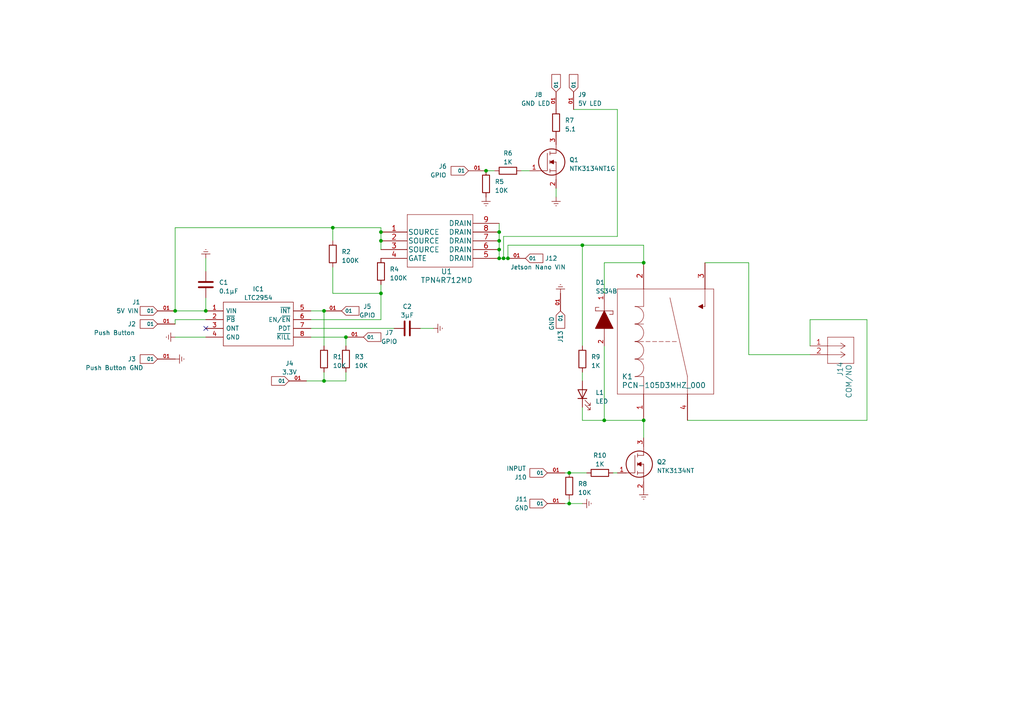
<source format=kicad_sch>
(kicad_sch (version 20210406) (generator eeschema)

  (uuid 3a82aa8f-fd15-430e-9ffa-c27616b34337)

  (paper "A4")

  (title_block
    (title "Relay Module")
    (date "2021-06-09")
    (rev "v01")
    (company "Skymind")
    (comment 4 "Author: Koay Xian Cong")
  )

  (lib_symbols
    (symbol "Device:C" (pin_numbers hide) (pin_names (offset 0.254)) (in_bom yes) (on_board yes)
      (property "Reference" "C" (id 0) (at 0.635 2.54 0)
        (effects (font (size 1.27 1.27)) (justify left))
      )
      (property "Value" "C" (id 1) (at 0.635 -2.54 0)
        (effects (font (size 1.27 1.27)) (justify left))
      )
      (property "Footprint" "" (id 2) (at 0.9652 -3.81 0)
        (effects (font (size 1.27 1.27)) hide)
      )
      (property "Datasheet" "~" (id 3) (at 0 0 0)
        (effects (font (size 1.27 1.27)) hide)
      )
      (property "ki_keywords" "cap capacitor" (id 4) (at 0 0 0)
        (effects (font (size 1.27 1.27)) hide)
      )
      (property "ki_description" "Unpolarized capacitor" (id 5) (at 0 0 0)
        (effects (font (size 1.27 1.27)) hide)
      )
      (property "ki_fp_filters" "C_*" (id 6) (at 0 0 0)
        (effects (font (size 1.27 1.27)) hide)
      )
      (symbol "C_0_1"
        (polyline
          (pts
            (xy -2.032 -0.762)
            (xy 2.032 -0.762)
          )
          (stroke (width 0.508)) (fill (type none))
        )
        (polyline
          (pts
            (xy -2.032 0.762)
            (xy 2.032 0.762)
          )
          (stroke (width 0.508)) (fill (type none))
        )
      )
      (symbol "C_1_1"
        (pin passive line (at 0 3.81 270) (length 2.794)
          (name "~" (effects (font (size 1.27 1.27))))
          (number "1" (effects (font (size 1.27 1.27))))
        )
        (pin passive line (at 0 -3.81 90) (length 2.794)
          (name "~" (effects (font (size 1.27 1.27))))
          (number "2" (effects (font (size 1.27 1.27))))
        )
      )
    )
    (symbol "Device:LED" (pin_numbers hide) (pin_names (offset 1.016) hide) (in_bom yes) (on_board yes)
      (property "Reference" "D" (id 0) (at 0 2.54 0)
        (effects (font (size 1.27 1.27)))
      )
      (property "Value" "LED" (id 1) (at 0 -2.54 0)
        (effects (font (size 1.27 1.27)))
      )
      (property "Footprint" "" (id 2) (at 0 0 0)
        (effects (font (size 1.27 1.27)) hide)
      )
      (property "Datasheet" "~" (id 3) (at 0 0 0)
        (effects (font (size 1.27 1.27)) hide)
      )
      (property "ki_keywords" "LED diode" (id 4) (at 0 0 0)
        (effects (font (size 1.27 1.27)) hide)
      )
      (property "ki_description" "Light emitting diode" (id 5) (at 0 0 0)
        (effects (font (size 1.27 1.27)) hide)
      )
      (property "ki_fp_filters" "LED* LED_SMD:* LED_THT:*" (id 6) (at 0 0 0)
        (effects (font (size 1.27 1.27)) hide)
      )
      (symbol "LED_0_1"
        (polyline
          (pts
            (xy -1.27 -1.27)
            (xy -1.27 1.27)
          )
          (stroke (width 0.254)) (fill (type none))
        )
        (polyline
          (pts
            (xy -1.27 0)
            (xy 1.27 0)
          )
          (stroke (width 0)) (fill (type none))
        )
        (polyline
          (pts
            (xy 1.27 -1.27)
            (xy 1.27 1.27)
            (xy -1.27 0)
            (xy 1.27 -1.27)
          )
          (stroke (width 0.254)) (fill (type none))
        )
        (polyline
          (pts
            (xy -3.048 -0.762)
            (xy -4.572 -2.286)
            (xy -3.81 -2.286)
            (xy -4.572 -2.286)
            (xy -4.572 -1.524)
          )
          (stroke (width 0)) (fill (type none))
        )
        (polyline
          (pts
            (xy -1.778 -0.762)
            (xy -3.302 -2.286)
            (xy -2.54 -2.286)
            (xy -3.302 -2.286)
            (xy -3.302 -1.524)
          )
          (stroke (width 0)) (fill (type none))
        )
      )
      (symbol "LED_1_1"
        (pin passive line (at -3.81 0 0) (length 2.54)
          (name "K" (effects (font (size 1.27 1.27))))
          (number "1" (effects (font (size 1.27 1.27))))
        )
        (pin passive line (at 3.81 0 180) (length 2.54)
          (name "A" (effects (font (size 1.27 1.27))))
          (number "2" (effects (font (size 1.27 1.27))))
        )
      )
    )
    (symbol "Device:R" (pin_numbers hide) (pin_names (offset 0)) (in_bom yes) (on_board yes)
      (property "Reference" "R" (id 0) (at 2.032 0 90)
        (effects (font (size 1.27 1.27)))
      )
      (property "Value" "R" (id 1) (at 0 0 90)
        (effects (font (size 1.27 1.27)))
      )
      (property "Footprint" "" (id 2) (at -1.778 0 90)
        (effects (font (size 1.27 1.27)) hide)
      )
      (property "Datasheet" "~" (id 3) (at 0 0 0)
        (effects (font (size 1.27 1.27)) hide)
      )
      (property "ki_keywords" "R res resistor" (id 4) (at 0 0 0)
        (effects (font (size 1.27 1.27)) hide)
      )
      (property "ki_description" "Resistor" (id 5) (at 0 0 0)
        (effects (font (size 1.27 1.27)) hide)
      )
      (property "ki_fp_filters" "R_*" (id 6) (at 0 0 0)
        (effects (font (size 1.27 1.27)) hide)
      )
      (symbol "R_0_1"
        (rectangle (start -1.016 -2.54) (end 1.016 2.54)
          (stroke (width 0.254)) (fill (type none))
        )
      )
      (symbol "R_1_1"
        (pin passive line (at 0 3.81 270) (length 1.27)
          (name "~" (effects (font (size 1.27 1.27))))
          (number "1" (effects (font (size 1.27 1.27))))
        )
        (pin passive line (at 0 -3.81 90) (length 1.27)
          (name "~" (effects (font (size 1.27 1.27))))
          (number "2" (effects (font (size 1.27 1.27))))
        )
      )
    )
    (symbol "Diode_SS34B-HF:SS34B-HF" (pin_names (offset 0.762)) (in_bom yes) (on_board yes)
      (property "Reference" "D" (id 0) (at 12.7 8.89 0)
        (effects (font (size 1.27 1.27)) (justify left))
      )
      (property "Value" "SS34B-HF" (id 1) (at 12.7 6.35 0)
        (effects (font (size 1.27 1.27)) (justify left))
      )
      (property "Footprint" "DIOM5336X320N" (id 2) (at 12.7 3.81 0)
        (effects (font (size 1.27 1.27)) (justify left) hide)
      )
      (property "Datasheet" "https://www.mouser.jp/datasheet/2/80/SP-JB017_SS34B-HF_Thru._SS320B-HF_RevB-1847021.pdf" (id 3) (at 12.7 1.27 0)
        (effects (font (size 1.27 1.27)) (justify left) hide)
      )
      (property "Description" "Schottky Diodes & Rectifiers DIODE SCHOTTKY 3A 40V SMB" (id 4) (at 12.7 -1.27 0)
        (effects (font (size 1.27 1.27)) (justify left) hide)
      )
      (property "Height" "3.2" (id 5) (at 12.7 -3.81 0)
        (effects (font (size 1.27 1.27)) (justify left) hide)
      )
      (property "Mouser Part Number" "750-SS34B-HF" (id 6) (at 12.7 -6.35 0)
        (effects (font (size 1.27 1.27)) (justify left) hide)
      )
      (property "Mouser Price/Stock" "https://www.mouser.co.uk/ProductDetail/Comchip-Technology/SS34B-HF?qs=vmHwEFxEFR9G1M%252BcUPG%2FxQ%3D%3D" (id 7) (at 12.7 -8.89 0)
        (effects (font (size 1.27 1.27)) (justify left) hide)
      )
      (property "Manufacturer_Name" "Comchip Technology" (id 8) (at 12.7 -11.43 0)
        (effects (font (size 1.27 1.27)) (justify left) hide)
      )
      (property "Manufacturer_Part_Number" "SS34B-HF" (id 9) (at 12.7 -13.97 0)
        (effects (font (size 1.27 1.27)) (justify left) hide)
      )
      (property "ki_description" "Schottky Diodes & Rectifiers DIODE SCHOTTKY 3A 40V SMB" (id 10) (at 0 0 0)
        (effects (font (size 1.27 1.27)) hide)
      )
      (symbol "SS34B-HF_0_0"
        (pin passive line (at 2.54 0 0) (length 2.54)
          (name "~" (effects (font (size 1.27 1.27))))
          (number "1" (effects (font (size 1.27 1.27))))
        )
        (pin passive line (at 17.78 0 180) (length 2.54)
          (name "~" (effects (font (size 1.27 1.27))))
          (number "2" (effects (font (size 1.27 1.27))))
        )
      )
      (symbol "SS34B-HF_0_1"
        (polyline
          (pts
            (xy 5.08 0)
            (xy 7.62 0)
          )
          (stroke (width 0.1524)) (fill (type none))
        )
        (polyline
          (pts
            (xy 7.62 2.54)
            (xy 7.62 -2.54)
          )
          (stroke (width 0.1524)) (fill (type none))
        )
        (polyline
          (pts
            (xy 12.7 0)
            (xy 15.24 0)
          )
          (stroke (width 0.1524)) (fill (type none))
        )
        (polyline
          (pts
            (xy 7.62 -2.54)
            (xy 6.604 -2.54)
            (xy 6.604 -1.524)
          )
          (stroke (width 0.1524)) (fill (type none))
        )
        (polyline
          (pts
            (xy 7.62 2.54)
            (xy 8.636 2.54)
            (xy 8.636 1.524)
          )
          (stroke (width 0.1524)) (fill (type none))
        )
        (polyline
          (pts
            (xy 7.62 0)
            (xy 12.7 2.54)
            (xy 12.7 -2.54)
            (xy 7.62 0)
          )
          (stroke (width 0.254)) (fill (type outline))
        )
      )
    )
    (symbol "LTC2954:LTC2954CTS8-2#TRMPBF" (pin_names (offset 0.762)) (in_bom yes) (on_board yes)
      (property "Reference" "IC" (id 0) (at 26.67 7.62 0)
        (effects (font (size 1.27 1.27)) (justify left))
      )
      (property "Value" "LTC2954CTS8-2#TRMPBF" (id 1) (at 26.67 5.08 0)
        (effects (font (size 1.27 1.27)) (justify left))
      )
      (property "Footprint" "SOT65P280X100-8N" (id 2) (at 26.67 2.54 0)
        (effects (font (size 1.27 1.27)) (justify left) hide)
      )
      (property "Datasheet" "http://cds.linear.com/docs/en/datasheet/2954fb.pdf" (id 3) (at 26.67 0 0)
        (effects (font (size 1.27 1.27)) (justify left) hide)
      )
      (property "Description" "Linear Technology LTC2954CTS8-2#TRMPBF, Voltage Controller 1V max., 8-Pin TSOT-23" (id 4) (at 26.67 -2.54 0)
        (effects (font (size 1.27 1.27)) (justify left) hide)
      )
      (property "Height" "1" (id 5) (at 26.67 -5.08 0)
        (effects (font (size 1.27 1.27)) (justify left) hide)
      )
      (property "Mouser Part Number" "584-C2954CTS8-2TMPF" (id 6) (at 26.67 -7.62 0)
        (effects (font (size 1.27 1.27)) (justify left) hide)
      )
      (property "Mouser Price/Stock" "https://www.mouser.co.uk/ProductDetail/Analog-Devices-Linear-Technology/LTC2954CTS8-2TRMPBF?qs=hVkxg5c3xu%2FF8cnvapzAGg%3D%3D" (id 7) (at 26.67 -10.16 0)
        (effects (font (size 1.27 1.27)) (justify left) hide)
      )
      (property "Manufacturer_Name" "Linear Technology" (id 8) (at 26.67 -12.7 0)
        (effects (font (size 1.27 1.27)) (justify left) hide)
      )
      (property "Manufacturer_Part_Number" "LTC2954CTS8-2#TRMPBF" (id 9) (at 26.67 -15.24 0)
        (effects (font (size 1.27 1.27)) (justify left) hide)
      )
      (property "ki_description" "Linear Technology LTC2954CTS8-2#TRMPBF, Voltage Controller 1V max., 8-Pin TSOT-23" (id 10) (at 0 0 0)
        (effects (font (size 1.27 1.27)) hide)
      )
      (symbol "LTC2954CTS8-2#TRMPBF_0_0"
        (pin passive line (at 0 0 0) (length 5.08)
          (name "VIN" (effects (font (size 1.27 1.27))))
          (number "1" (effects (font (size 1.27 1.27))))
        )
        (pin passive line (at 0 -2.54 0) (length 5.08)
          (name "~PB" (effects (font (size 1.27 1.27))))
          (number "2" (effects (font (size 1.27 1.27))))
        )
        (pin passive line (at 0 -5.08 0) (length 5.08)
          (name "ONT" (effects (font (size 1.27 1.27))))
          (number "3" (effects (font (size 1.27 1.27))))
        )
        (pin passive line (at 0 -7.62 0) (length 5.08)
          (name "GND" (effects (font (size 1.27 1.27))))
          (number "4" (effects (font (size 1.27 1.27))))
        )
        (pin passive line (at 30.48 0 180) (length 5.08)
          (name "~INT" (effects (font (size 1.27 1.27))))
          (number "5" (effects (font (size 1.27 1.27))))
        )
        (pin passive line (at 30.48 -2.54 180) (length 5.08)
          (name "EN/~EN" (effects (font (size 1.27 1.27))))
          (number "6" (effects (font (size 1.27 1.27))))
        )
        (pin passive line (at 30.48 -5.08 180) (length 5.08)
          (name "PDT" (effects (font (size 1.27 1.27))))
          (number "7" (effects (font (size 1.27 1.27))))
        )
        (pin passive line (at 30.48 -7.62 180) (length 5.08)
          (name "~KILL" (effects (font (size 1.27 1.27))))
          (number "8" (effects (font (size 1.27 1.27))))
        )
      )
      (symbol "LTC2954CTS8-2#TRMPBF_0_1"
        (polyline
          (pts
            (xy 5.08 2.54)
            (xy 25.4 2.54)
            (xy 25.4 -10.16)
            (xy 5.08 -10.16)
            (xy 5.08 2.54)
          )
          (stroke (width 0.1524)) (fill (type none))
        )
      )
    )
    (symbol "Mosfet_NTK3134NT:NTK3134NT1G" (pin_names (offset 0.762)) (in_bom yes) (on_board yes)
      (property "Reference" "Q" (id 0) (at 11.43 3.81 0)
        (effects (font (size 1.27 1.27)) (justify left))
      )
      (property "Value" "NTK3134NT1G" (id 1) (at 11.43 1.27 0)
        (effects (font (size 1.27 1.27)) (justify left))
      )
      (property "Footprint" "NTK3134NT1G" (id 2) (at 11.43 -1.27 0)
        (effects (font (size 1.27 1.27)) (justify left) hide)
      )
      (property "Datasheet" "http://www.onsemi.com/pub/Collateral/NTK3134N-D.PDF" (id 3) (at 11.43 -3.81 0)
        (effects (font (size 1.27 1.27)) (justify left) hide)
      )
      (property "Description" "Power MOSFET" (id 4) (at 11.43 -6.35 0)
        (effects (font (size 1.27 1.27)) (justify left) hide)
      )
      (property "Height" "0.55" (id 5) (at 11.43 -8.89 0)
        (effects (font (size 1.27 1.27)) (justify left) hide)
      )
      (property "Mouser Part Number" "863-NTK3134NT1G" (id 6) (at 11.43 -11.43 0)
        (effects (font (size 1.27 1.27)) (justify left) hide)
      )
      (property "Mouser Price/Stock" "https://www.mouser.co.uk/ProductDetail/ON-Semiconductor/NTK3134NT1G/?qs=g97OBWmz8%2FXjV%2Fg5rjrz3Q%3D%3D" (id 7) (at 11.43 -13.97 0)
        (effects (font (size 1.27 1.27)) (justify left) hide)
      )
      (property "Manufacturer_Name" "ON Semiconductor" (id 8) (at 11.43 -16.51 0)
        (effects (font (size 1.27 1.27)) (justify left) hide)
      )
      (property "Manufacturer_Part_Number" "NTK3134NT1G" (id 9) (at 11.43 -19.05 0)
        (effects (font (size 1.27 1.27)) (justify left) hide)
      )
      (property "ki_description" "Power MOSFET" (id 10) (at 0 0 0)
        (effects (font (size 1.27 1.27)) hide)
      )
      (symbol "NTK3134NT1G_0_0"
        (pin passive line (at 0 0 0) (length 2.54)
          (name "~" (effects (font (size 1.27 1.27))))
          (number "1" (effects (font (size 1.27 1.27))))
        )
        (pin passive line (at 7.62 -5.08 90) (length 2.54)
          (name "~" (effects (font (size 1.27 1.27))))
          (number "2" (effects (font (size 1.27 1.27))))
        )
        (pin passive line (at 7.62 10.16 270) (length 2.54)
          (name "~" (effects (font (size 1.27 1.27))))
          (number "3" (effects (font (size 1.27 1.27))))
        )
      )
      (symbol "NTK3134NT1G_0_1"
        (circle (center 6.35 2.54) (radius 3.81) (stroke (width 0.254)) (fill (type none)))
        (polyline
          (pts
            (xy 5.842 -0.508)
            (xy 5.842 0.508)
          )
          (stroke (width 0.1524)) (fill (type none))
        )
        (polyline
          (pts
            (xy 5.842 0)
            (xy 7.62 0)
          )
          (stroke (width 0.1524)) (fill (type none))
        )
        (polyline
          (pts
            (xy 5.842 2.032)
            (xy 5.842 3.048)
          )
          (stroke (width 0.1524)) (fill (type none))
        )
        (polyline
          (pts
            (xy 5.842 5.588)
            (xy 5.842 4.572)
          )
          (stroke (width 0.1524)) (fill (type none))
        )
        (polyline
          (pts
            (xy 7.62 2.54)
            (xy 5.842 2.54)
          )
          (stroke (width 0.1524)) (fill (type none))
        )
        (polyline
          (pts
            (xy 7.62 2.54)
            (xy 7.62 -2.54)
          )
          (stroke (width 0.1524)) (fill (type none))
        )
        (polyline
          (pts
            (xy 7.62 5.08)
            (xy 5.842 5.08)
          )
          (stroke (width 0.1524)) (fill (type none))
        )
        (polyline
          (pts
            (xy 7.62 5.08)
            (xy 7.62 7.62)
          )
          (stroke (width 0.1524)) (fill (type none))
        )
        (polyline
          (pts
            (xy 2.54 0)
            (xy 5.08 0)
            (xy 5.08 5.08)
          )
          (stroke (width 0.1524)) (fill (type none))
        )
        (polyline
          (pts
            (xy 5.842 2.54)
            (xy 6.858 3.048)
            (xy 6.858 2.032)
            (xy 5.842 2.54)
          )
          (stroke (width 0.254)) (fill (type outline))
        )
      )
    )
    (symbol "Mosfet_TPN4R712MD:TPN4R712MD" (pin_names (offset 0.254)) (in_bom yes) (on_board yes)
      (property "Reference" "U1" (id 0) (at 22.86 8.89 0)
        (effects (font (size 1.524 1.524)))
      )
      (property "Value" "TPN4R712MD" (id 1) (at 22.86 6.35 0)
        (effects (font (size 1.524 1.524)))
      )
      (property "Footprint" "Mosfet_TPN4R712MD:TPN4R712MD" (id 2) (at 22.86 6.096 0)
        (effects (font (size 1.524 1.524)) hide)
      )
      (property "Datasheet" "" (id 3) (at 0 -5.08 0)
        (effects (font (size 1.524 1.524)))
      )
      (property "ki_locked" "" (id 4) (at 0 0 0)
        (effects (font (size 1.27 1.27)))
      )
      (property "ki_fp_filters" "TSON" (id 5) (at 0 0 0)
        (effects (font (size 1.27 1.27)) hide)
      )
      (symbol "TPN4R712MD_1_1"
        (polyline
          (pts
            (xy 7.62 -15.24)
            (xy 26.67 -15.24)
          )
          (stroke (width 0.127)) (fill (type none))
        )
        (polyline
          (pts
            (xy 7.62 0)
            (xy 7.62 -15.24)
          )
          (stroke (width 0.127)) (fill (type none))
        )
        (polyline
          (pts
            (xy 26.67 -15.24)
            (xy 26.67 0)
          )
          (stroke (width 0.127)) (fill (type none))
        )
        (polyline
          (pts
            (xy 26.67 0)
            (xy 7.62 0)
          )
          (stroke (width 0.127)) (fill (type none))
        )
        (pin unspecified line (at 0 -5.08 0) (length 7.62)
          (name "SOURCE" (effects (font (size 1.4986 1.4986))))
          (number "1" (effects (font (size 1.4986 1.4986))))
        )
        (pin unspecified line (at 0 -7.62 0) (length 7.62)
          (name "SOURCE" (effects (font (size 1.4986 1.4986))))
          (number "2" (effects (font (size 1.4986 1.4986))))
        )
        (pin unspecified line (at 0 -10.16 0) (length 7.62)
          (name "SOURCE" (effects (font (size 1.4986 1.4986))))
          (number "3" (effects (font (size 1.4986 1.4986))))
        )
        (pin unspecified line (at 0 -12.7 0) (length 7.62)
          (name "GATE" (effects (font (size 1.4986 1.4986))))
          (number "4" (effects (font (size 1.4986 1.4986))))
        )
        (pin unspecified line (at 34.29 -12.7 180) (length 7.62)
          (name "DRAIN" (effects (font (size 1.4986 1.4986))))
          (number "5" (effects (font (size 1.4986 1.4986))))
        )
        (pin unspecified line (at 34.29 -10.16 180) (length 7.62)
          (name "DRAIN" (effects (font (size 1.4986 1.4986))))
          (number "6" (effects (font (size 1.4986 1.4986))))
        )
        (pin unspecified line (at 34.29 -7.62 180) (length 7.62)
          (name "DRAIN" (effects (font (size 1.4986 1.4986))))
          (number "7" (effects (font (size 1.4986 1.4986))))
        )
        (pin unspecified line (at 34.29 -5.08 180) (length 7.62)
          (name "DRAIN" (effects (font (size 1.4986 1.4986))))
          (number "8" (effects (font (size 1.4986 1.4986))))
        )
        (pin unspecified line (at 34.29 -2.54 180) (length 7.62)
          (name "DRAIN" (effects (font (size 1.4986 1.4986))))
          (number "9" (effects (font (size 1.4986 1.4986))))
        )
      )
    )
    (symbol "Pin Headers:MTMM-101-06-S-S-200" (pin_names (offset 1.016)) (in_bom yes) (on_board yes)
      (property "Reference" "J" (id 0) (at -5.588 3.6576 0)
        (effects (font (size 1.27 1.27)) (justify left bottom))
      )
      (property "Value" "MTMM-101-06-S-S-200" (id 1) (at -5.08 -5.08 0)
        (effects (font (size 1.27 1.27)) (justify left bottom))
      )
      (property "Footprint" "SAMTEC_MTMM-101-06-S-S-200" (id 2) (at 0 0 0)
        (effects (font (size 1.27 1.27)) (justify left bottom) hide)
      )
      (property "Datasheet" "" (id 3) (at 0 0 0)
        (effects (font (size 1.27 1.27)) (justify left bottom) hide)
      )
      (property "MANUFACTURER" "SAMTEC" (id 4) (at 0 0 0)
        (effects (font (size 1.27 1.27)) (justify left bottom) hide)
      )
      (property "ki_locked" "" (id 5) (at 0 0 0)
        (effects (font (size 1.27 1.27)))
      )
      (symbol "MTMM-101-06-S-S-200_0_0"
        (pin passive line (at -10.16 0 0) (length 5.08)
          (name "01" (effects (font (size 1.016 1.016))))
          (number "01" (effects (font (size 1.016 1.016))))
        )
      )
      (symbol "MTMM-101-06-S-S-200_0_1"
        (polyline
          (pts
            (xy -5.08 0)
            (xy -3.81 1.27)
            (xy 0 1.27)
            (xy 0 -1.27)
            (xy -3.81 -1.27)
            (xy -5.08 0)
          )
          (stroke (width 0.1524)) (fill (type none))
        )
      )
    )
    (symbol "Pin Headers:MTMM-101-06-S-S-200_1" (pin_names (offset 1.016)) (in_bom yes) (on_board yes)
      (property "Reference" "J" (id 0) (at -5.588 3.6576 0)
        (effects (font (size 1.27 1.27)) (justify left bottom))
      )
      (property "Value" "MTMM-101-06-S-S-200" (id 1) (at -5.08 -5.08 0)
        (effects (font (size 1.27 1.27)) (justify left bottom))
      )
      (property "Footprint" "SAMTEC_MTMM-101-06-S-S-200" (id 2) (at 0 0 0)
        (effects (font (size 1.27 1.27)) (justify left bottom) hide)
      )
      (property "Datasheet" "" (id 3) (at 0 0 0)
        (effects (font (size 1.27 1.27)) (justify left bottom) hide)
      )
      (property "MANUFACTURER" "SAMTEC" (id 4) (at 0 0 0)
        (effects (font (size 1.27 1.27)) (justify left bottom) hide)
      )
      (property "ki_locked" "" (id 5) (at 0 0 0)
        (effects (font (size 1.27 1.27)))
      )
      (symbol "MTMM-101-06-S-S-200_1_0_0"
        (pin passive line (at -10.16 0 0) (length 5.08)
          (name "01" (effects (font (size 1.016 1.016))))
          (number "01" (effects (font (size 1.016 1.016))))
        )
      )
      (symbol "MTMM-101-06-S-S-200_1_0_1"
        (polyline
          (pts
            (xy -5.08 0)
            (xy -3.81 1.27)
            (xy 0 1.27)
            (xy 0 -1.27)
            (xy -3.81 -1.27)
            (xy -5.08 0)
          )
          (stroke (width 0.1524)) (fill (type none))
        )
      )
    )
    (symbol "Pin Headers:MTMM-101-06-S-S-200_2" (pin_names (offset 1.016)) (in_bom yes) (on_board yes)
      (property "Reference" "J" (id 0) (at -5.588 3.6576 0)
        (effects (font (size 1.27 1.27)) (justify left bottom))
      )
      (property "Value" "MTMM-101-06-S-S-200" (id 1) (at -5.08 -5.08 0)
        (effects (font (size 1.27 1.27)) (justify left bottom))
      )
      (property "Footprint" "SAMTEC_MTMM-101-06-S-S-200" (id 2) (at 0 0 0)
        (effects (font (size 1.27 1.27)) (justify left bottom) hide)
      )
      (property "Datasheet" "" (id 3) (at 0 0 0)
        (effects (font (size 1.27 1.27)) (justify left bottom) hide)
      )
      (property "MANUFACTURER" "SAMTEC" (id 4) (at 0 0 0)
        (effects (font (size 1.27 1.27)) (justify left bottom) hide)
      )
      (property "ki_locked" "" (id 5) (at 0 0 0)
        (effects (font (size 1.27 1.27)))
      )
      (symbol "MTMM-101-06-S-S-200_2_0_0"
        (pin passive line (at -10.16 0 0) (length 5.08)
          (name "01" (effects (font (size 1.016 1.016))))
          (number "01" (effects (font (size 1.016 1.016))))
        )
      )
      (symbol "MTMM-101-06-S-S-200_2_0_1"
        (polyline
          (pts
            (xy -5.08 0)
            (xy -3.81 1.27)
            (xy 0 1.27)
            (xy 0 -1.27)
            (xy -3.81 -1.27)
            (xy -5.08 0)
          )
          (stroke (width 0.1524)) (fill (type none))
        )
      )
    )
    (symbol "Relay_new:PCN-105D3MHZ_000" (pin_names (offset -0.254) hide) (in_bom yes) (on_board yes)
      (property "Reference" "U" (id 0) (at 22.86 12.7 0)
        (effects (font (size 1.524 1.524)))
      )
      (property "Value" "PCN-105D3MHZ_000" (id 1) (at 22.86 10.16 0)
        (effects (font (size 1.524 1.524)))
      )
      (property "Footprint" "RELAY_PCN-105D3MHZ_000_TYC" (id 2) (at 22.86 8.636 0)
        (effects (font (size 1.524 1.524)) hide)
      )
      (property "Datasheet" "" (id 3) (at 0 0 0)
        (effects (font (size 1.524 1.524)))
      )
      (property "ki_locked" "" (id 4) (at 0 0 0)
        (effects (font (size 1.27 1.27)))
      )
      (property "ki_fp_filters" "RELAY_PCN-105D3MHZ_000_TYC" (id 5) (at 0 0 0)
        (effects (font (size 1.27 1.27)) hide)
      )
      (symbol "PCN-105D3MHZ_000_1_1"
        (arc (start 12.7 2.54) (end 17.78 2.54) (radius (at 15.24 2.54) (length 2.54) (angles 0 180))
          (stroke (width 0.127)) (fill (type none))
        )
        (arc (start 17.78 2.54) (end 22.86 2.54) (radius (at 20.32 2.54) (length 2.54) (angles 0 180))
          (stroke (width 0.127)) (fill (type none))
        )
        (arc (start 22.86 2.54) (end 27.94 2.54) (radius (at 25.4 2.54) (length 2.54) (angles 0 180))
          (stroke (width 0.127)) (fill (type none))
        )
        (arc (start 27.94 2.54) (end 33.02 2.54) (radius (at 30.48 2.54) (length 2.54) (angles 0 180))
          (stroke (width 0.127)) (fill (type none))
        )
        (polyline
          (pts
            (xy 7.62 -20.32)
            (xy 38.1 -20.32)
          )
          (stroke (width 0.127)) (fill (type none))
        )
        (polyline
          (pts
            (xy 7.62 7.62)
            (xy 7.62 -20.32)
          )
          (stroke (width 0.127)) (fill (type none))
        )
        (polyline
          (pts
            (xy 12.7 -12.7)
            (xy 7.62 -12.7)
          )
          (stroke (width 0.127)) (fill (type none))
        )
        (polyline
          (pts
            (xy 12.7 -12.7)
            (xy 35.56 -7.62)
          )
          (stroke (width 0.127)) (fill (type none))
        )
        (polyline
          (pts
            (xy 12.7 0)
            (xy 7.62 0)
          )
          (stroke (width 0.127)) (fill (type none))
        )
        (polyline
          (pts
            (xy 12.7 2.54)
            (xy 12.7 0)
          )
          (stroke (width 0.127)) (fill (type none))
        )
        (polyline
          (pts
            (xy 17.78 2.54)
            (xy 17.78 0)
          )
          (stroke (width 0.127)) (fill (type none))
        )
        (polyline
          (pts
            (xy 22.86 -8.255)
            (xy 22.86 -9.525)
          )
          (stroke (width 0.127)) (fill (type none))
        )
        (polyline
          (pts
            (xy 22.86 -6.35)
            (xy 22.86 -7.62)
          )
          (stroke (width 0.127)) (fill (type none))
        )
        (polyline
          (pts
            (xy 22.86 -4.445)
            (xy 22.86 -5.715)
          )
          (stroke (width 0.127)) (fill (type none))
        )
        (polyline
          (pts
            (xy 22.86 -2.54)
            (xy 22.86 -3.81)
          )
          (stroke (width 0.127)) (fill (type none))
        )
        (polyline
          (pts
            (xy 22.86 -1.905)
            (xy 22.86 -0.635)
          )
          (stroke (width 0.127)) (fill (type none))
        )
        (polyline
          (pts
            (xy 22.86 2.54)
            (xy 22.86 0)
          )
          (stroke (width 0.127)) (fill (type none))
        )
        (polyline
          (pts
            (xy 27.94 2.54)
            (xy 27.94 0)
          )
          (stroke (width 0.127)) (fill (type none))
        )
        (polyline
          (pts
            (xy 33.02 -17.78)
            (xy 33.02 -16.51)
          )
          (stroke (width 0.127)) (fill (type none))
        )
        (polyline
          (pts
            (xy 33.02 0)
            (xy 38.1 0)
          )
          (stroke (width 0.127)) (fill (type none))
        )
        (polyline
          (pts
            (xy 33.02 2.54)
            (xy 33.02 0)
          )
          (stroke (width 0.127)) (fill (type none))
        )
        (polyline
          (pts
            (xy 38.1 -20.32)
            (xy 38.1 7.62)
          )
          (stroke (width 0.127)) (fill (type none))
        )
        (polyline
          (pts
            (xy 38.1 -17.78)
            (xy 33.02 -17.78)
          )
          (stroke (width 0.127)) (fill (type none))
        )
        (polyline
          (pts
            (xy 38.1 7.62)
            (xy 7.62 7.62)
          )
          (stroke (width 0.127)) (fill (type none))
        )
        (polyline
          (pts
            (xy 32.385 -17.145)
            (xy 33.655 -17.145)
            (xy 33.02 -15.875)
            (xy 32.385 -17.145)
          )
          (stroke (width 0)) (fill (type outline))
        )
        (pin unspecified line (at 0 0 0) (length 7.62)
          (name "1" (effects (font (size 1.4986 1.4986))))
          (number "1" (effects (font (size 1.4986 1.4986))))
        )
        (pin unspecified line (at 45.72 0 180) (length 7.62)
          (name "2" (effects (font (size 1.4986 1.4986))))
          (number "2" (effects (font (size 1.4986 1.4986))))
        )
        (pin unspecified line (at 45.72 -17.78 180) (length 7.62)
          (name "3" (effects (font (size 1.4986 1.4986))))
          (number "3" (effects (font (size 1.4986 1.4986))))
        )
        (pin unspecified line (at 0 -12.7 0) (length 7.62)
          (name "4" (effects (font (size 1.4986 1.4986))))
          (number "4" (effects (font (size 1.4986 1.4986))))
        )
      )
    )
    (symbol "Terminal Block:ED120_2DS" (pin_names (offset 0.254) hide) (in_bom yes) (on_board yes)
      (property "Reference" "J" (id 0) (at 8.89 6.35 0)
        (effects (font (size 1.524 1.524)))
      )
      (property "Value" "ED120_2DS" (id 1) (at 10.16 0 0)
        (effects (font (size 1.524 1.524)))
      )
      (property "Footprint" "CONN_ED120/2DS_OST" (id 2) (at 10.16 -1.524 0)
        (effects (font (size 1.524 1.524)) hide)
      )
      (property "Datasheet" "" (id 3) (at 0 0 0)
        (effects (font (size 1.524 1.524)))
      )
      (property "ki_locked" "" (id 4) (at 0 0 0)
        (effects (font (size 1.27 1.27)))
      )
      (property "ki_fp_filters" "CONN_ED120/2DS_OST" (id 5) (at 0 0 0)
        (effects (font (size 1.27 1.27)) hide)
      )
      (symbol "ED120_2DS_1_1"
        (polyline
          (pts
            (xy 5.08 -5.08)
            (xy 12.7 -5.08)
          )
          (stroke (width 0.127)) (fill (type none))
        )
        (polyline
          (pts
            (xy 5.08 2.54)
            (xy 5.08 -5.08)
          )
          (stroke (width 0.127)) (fill (type none))
        )
        (polyline
          (pts
            (xy 10.16 -2.54)
            (xy 5.08 -2.54)
          )
          (stroke (width 0.127)) (fill (type none))
        )
        (polyline
          (pts
            (xy 10.16 -2.54)
            (xy 8.89 -3.3782)
          )
          (stroke (width 0.127)) (fill (type none))
        )
        (polyline
          (pts
            (xy 10.16 -2.54)
            (xy 8.89 -1.7018)
          )
          (stroke (width 0.127)) (fill (type none))
        )
        (polyline
          (pts
            (xy 10.16 0)
            (xy 5.08 0)
          )
          (stroke (width 0.127)) (fill (type none))
        )
        (polyline
          (pts
            (xy 10.16 0)
            (xy 8.89 -0.8382)
          )
          (stroke (width 0.127)) (fill (type none))
        )
        (polyline
          (pts
            (xy 10.16 0)
            (xy 8.89 0.8382)
          )
          (stroke (width 0.127)) (fill (type none))
        )
        (polyline
          (pts
            (xy 12.7 -5.08)
            (xy 12.7 2.54)
          )
          (stroke (width 0.127)) (fill (type none))
        )
        (polyline
          (pts
            (xy 12.7 2.54)
            (xy 5.08 2.54)
          )
          (stroke (width 0.127)) (fill (type none))
        )
        (pin unspecified line (at 0 0 0) (length 5.08)
          (name "1" (effects (font (size 1.4986 1.4986))))
          (number "1" (effects (font (size 1.4986 1.4986))))
        )
        (pin unspecified line (at 0 -2.54 0) (length 5.08)
          (name "2" (effects (font (size 1.4986 1.4986))))
          (number "2" (effects (font (size 1.4986 1.4986))))
        )
      )
    )
    (symbol "power:Earth" (power) (pin_names (offset 0)) (in_bom yes) (on_board yes)
      (property "Reference" "#PWR" (id 0) (at 0 -6.35 0)
        (effects (font (size 1.27 1.27)) hide)
      )
      (property "Value" "Earth" (id 1) (at 0 -3.81 0)
        (effects (font (size 1.27 1.27)) hide)
      )
      (property "Footprint" "" (id 2) (at 0 0 0)
        (effects (font (size 1.27 1.27)) hide)
      )
      (property "Datasheet" "~" (id 3) (at 0 0 0)
        (effects (font (size 1.27 1.27)) hide)
      )
      (property "ki_keywords" "power-flag ground gnd" (id 4) (at 0 0 0)
        (effects (font (size 1.27 1.27)) hide)
      )
      (property "ki_description" "Power symbol creates a global label with name \"Earth\"" (id 5) (at 0 0 0)
        (effects (font (size 1.27 1.27)) hide)
      )
      (symbol "Earth_0_1"
        (polyline
          (pts
            (xy -0.635 -1.905)
            (xy 0.635 -1.905)
          )
          (stroke (width 0)) (fill (type none))
        )
        (polyline
          (pts
            (xy -0.127 -2.54)
            (xy 0.127 -2.54)
          )
          (stroke (width 0)) (fill (type none))
        )
        (polyline
          (pts
            (xy 0 -1.27)
            (xy 0 0)
          )
          (stroke (width 0)) (fill (type none))
        )
        (polyline
          (pts
            (xy 1.27 -1.27)
            (xy -1.27 -1.27)
          )
          (stroke (width 0)) (fill (type none))
        )
      )
      (symbol "Earth_1_1"
        (pin power_in line (at 0 0 270) (length 0) hide
          (name "Earth" (effects (font (size 1.27 1.27))))
          (number "1" (effects (font (size 1.27 1.27))))
        )
      )
    )
  )

  (junction (at 50.8 90.17) (diameter 0.9144) (color 0 0 0 0))
  (junction (at 59.69 90.17) (diameter 0.9144) (color 0 0 0 0))
  (junction (at 93.98 90.17) (diameter 0.9144) (color 0 0 0 0))
  (junction (at 93.98 110.49) (diameter 0.9144) (color 0 0 0 0))
  (junction (at 96.52 66.04) (diameter 0.9144) (color 0 0 0 0))
  (junction (at 100.33 97.79) (diameter 0.9144) (color 0 0 0 0))
  (junction (at 110.49 67.31) (diameter 0.9144) (color 0 0 0 0))
  (junction (at 110.49 69.85) (diameter 0.9144) (color 0 0 0 0))
  (junction (at 110.49 85.09) (diameter 0.9144) (color 0 0 0 0))
  (junction (at 140.97 49.53) (diameter 0.9144) (color 0 0 0 0))
  (junction (at 144.78 67.31) (diameter 0.9144) (color 0 0 0 0))
  (junction (at 144.78 69.85) (diameter 0.9144) (color 0 0 0 0))
  (junction (at 144.78 72.39) (diameter 0.9144) (color 0 0 0 0))
  (junction (at 144.78 74.93) (diameter 0.9144) (color 0 0 0 0))
  (junction (at 146.05 74.93) (diameter 0.9144) (color 0 0 0 0))
  (junction (at 147.32 74.93) (diameter 0.9144) (color 0 0 0 0))
  (junction (at 165.1 137.16) (diameter 0.9144) (color 0 0 0 0))
  (junction (at 165.1 146.05) (diameter 0.9144) (color 0 0 0 0))
  (junction (at 168.91 71.12) (diameter 0.9144) (color 0 0 0 0))
  (junction (at 175.26 121.92) (diameter 0.9144) (color 0 0 0 0))
  (junction (at 186.69 76.2) (diameter 0.9144) (color 0 0 0 0))
  (junction (at 186.69 121.92) (diameter 0.9144) (color 0 0 0 0))

  (no_connect (at 59.69 95.25) (uuid 44daaef2-8fd6-46a7-b079-97d2c99c8fb7))

  (wire (pts (xy 50.8 66.04) (xy 50.8 90.17))
    (stroke (width 0) (type solid) (color 0 0 0 0))
    (uuid 190c0d5b-c993-4b03-848d-a255eaeb20b2)
  )
  (wire (pts (xy 50.8 66.04) (xy 96.52 66.04))
    (stroke (width 0) (type solid) (color 0 0 0 0))
    (uuid fcdc1ba4-9347-4b28-8f69-570c967d2c80)
  )
  (wire (pts (xy 50.8 90.17) (xy 59.69 90.17))
    (stroke (width 0) (type solid) (color 0 0 0 0))
    (uuid 5b63499d-020e-4020-a20a-e3b38220e27e)
  )
  (wire (pts (xy 50.8 92.71) (xy 59.69 92.71))
    (stroke (width 0) (type solid) (color 0 0 0 0))
    (uuid 8dd7dc8c-e0d5-4e00-baf4-d05cede0cb1a)
  )
  (wire (pts (xy 50.8 93.98) (xy 50.8 92.71))
    (stroke (width 0) (type solid) (color 0 0 0 0))
    (uuid 8dd7dc8c-e0d5-4e00-baf4-d05cede0cb1a)
  )
  (wire (pts (xy 50.8 97.79) (xy 59.69 97.79))
    (stroke (width 0) (type solid) (color 0 0 0 0))
    (uuid 020398a7-d08a-4504-8a9d-740bc2f51ec7)
  )
  (wire (pts (xy 59.69 74.93) (xy 59.69 78.74))
    (stroke (width 0) (type solid) (color 0 0 0 0))
    (uuid acd6e015-1f23-4384-867a-52ab24215dea)
  )
  (wire (pts (xy 59.69 86.36) (xy 59.69 90.17))
    (stroke (width 0) (type solid) (color 0 0 0 0))
    (uuid 42f41e07-be01-469d-8255-1220978da489)
  )
  (wire (pts (xy 88.9 110.49) (xy 93.98 110.49))
    (stroke (width 0) (type solid) (color 0 0 0 0))
    (uuid 0f81ec5c-3c70-4da3-b57d-1e07dcc23952)
  )
  (wire (pts (xy 90.17 90.17) (xy 93.98 90.17))
    (stroke (width 0) (type solid) (color 0 0 0 0))
    (uuid debdbad5-0b72-4c04-9e97-ab63ce1fc3cc)
  )
  (wire (pts (xy 90.17 92.71) (xy 110.49 92.71))
    (stroke (width 0) (type solid) (color 0 0 0 0))
    (uuid d0adb20e-200f-4449-883d-ae985ea57531)
  )
  (wire (pts (xy 90.17 95.25) (xy 114.3 95.25))
    (stroke (width 0) (type solid) (color 0 0 0 0))
    (uuid 73668223-2b7c-44e0-b8f4-867715ab9daf)
  )
  (wire (pts (xy 90.17 97.79) (xy 100.33 97.79))
    (stroke (width 0) (type solid) (color 0 0 0 0))
    (uuid a8edcc3b-d308-4e54-b48e-7f23781b07f1)
  )
  (wire (pts (xy 93.98 90.17) (xy 93.98 100.33))
    (stroke (width 0) (type solid) (color 0 0 0 0))
    (uuid cfbb088a-169b-47b4-a411-da92248f864b)
  )
  (wire (pts (xy 93.98 107.95) (xy 93.98 110.49))
    (stroke (width 0) (type solid) (color 0 0 0 0))
    (uuid f103e1c5-7060-4060-8ba2-e4692a263da8)
  )
  (wire (pts (xy 96.52 66.04) (xy 96.52 69.85))
    (stroke (width 0) (type solid) (color 0 0 0 0))
    (uuid 73ce04ce-ced0-41cd-9662-0eea4b88a41b)
  )
  (wire (pts (xy 96.52 66.04) (xy 110.49 66.04))
    (stroke (width 0) (type solid) (color 0 0 0 0))
    (uuid bd33115a-2c88-46e6-96a4-869c660c19aa)
  )
  (wire (pts (xy 96.52 77.47) (xy 96.52 85.09))
    (stroke (width 0) (type solid) (color 0 0 0 0))
    (uuid 1213a64f-c9bf-4c91-9f96-6e9bdc24f394)
  )
  (wire (pts (xy 96.52 85.09) (xy 110.49 85.09))
    (stroke (width 0) (type solid) (color 0 0 0 0))
    (uuid 3ac2e649-05b9-4b32-b50e-e8bf90b65fe8)
  )
  (wire (pts (xy 100.33 97.79) (xy 100.33 100.33))
    (stroke (width 0) (type solid) (color 0 0 0 0))
    (uuid 72c953b6-a8cc-4adf-84de-d153b34d9d51)
  )
  (wire (pts (xy 100.33 107.95) (xy 100.33 110.49))
    (stroke (width 0) (type solid) (color 0 0 0 0))
    (uuid e79f5a32-5d1c-4406-a4be-32cb91a524ea)
  )
  (wire (pts (xy 100.33 110.49) (xy 93.98 110.49))
    (stroke (width 0) (type solid) (color 0 0 0 0))
    (uuid e79f5a32-5d1c-4406-a4be-32cb91a524ea)
  )
  (wire (pts (xy 110.49 66.04) (xy 110.49 67.31))
    (stroke (width 0) (type solid) (color 0 0 0 0))
    (uuid bd33115a-2c88-46e6-96a4-869c660c19aa)
  )
  (wire (pts (xy 110.49 67.31) (xy 110.49 69.85))
    (stroke (width 0) (type solid) (color 0 0 0 0))
    (uuid 6567e308-07c5-4492-bf79-07fd5f9f03c3)
  )
  (wire (pts (xy 110.49 69.85) (xy 110.49 72.39))
    (stroke (width 0) (type solid) (color 0 0 0 0))
    (uuid 8f31d870-9af6-47f7-b6b7-22feeb84c495)
  )
  (wire (pts (xy 110.49 82.55) (xy 110.49 85.09))
    (stroke (width 0) (type solid) (color 0 0 0 0))
    (uuid e8e1cc4f-db85-4782-8142-0269f2a0a388)
  )
  (wire (pts (xy 110.49 85.09) (xy 110.49 92.71))
    (stroke (width 0) (type solid) (color 0 0 0 0))
    (uuid 7b3424ad-b9f2-4bab-ab48-ebb915670b5c)
  )
  (wire (pts (xy 121.92 95.25) (xy 125.73 95.25))
    (stroke (width 0) (type solid) (color 0 0 0 0))
    (uuid 6940b41a-4930-489a-8024-afa630552878)
  )
  (wire (pts (xy 140.97 49.53) (xy 143.51 49.53))
    (stroke (width 0) (type solid) (color 0 0 0 0))
    (uuid 09dc6d3b-f8b6-4846-b4b3-e3c275bdcbbb)
  )
  (wire (pts (xy 144.78 64.77) (xy 144.78 67.31))
    (stroke (width 0) (type solid) (color 0 0 0 0))
    (uuid 36a3633c-c837-43aa-bd82-92b79ec2ebc6)
  )
  (wire (pts (xy 144.78 67.31) (xy 144.78 69.85))
    (stroke (width 0) (type solid) (color 0 0 0 0))
    (uuid c667224e-fa05-430f-a2cd-f2fc1f355b5d)
  )
  (wire (pts (xy 144.78 69.85) (xy 144.78 72.39))
    (stroke (width 0) (type solid) (color 0 0 0 0))
    (uuid e94a98b1-15a2-429a-8614-fb2f7707b894)
  )
  (wire (pts (xy 144.78 72.39) (xy 144.78 74.93))
    (stroke (width 0) (type solid) (color 0 0 0 0))
    (uuid e99a6220-38f0-4fe1-8c21-96b6496606f6)
  )
  (wire (pts (xy 144.78 74.93) (xy 146.05 74.93))
    (stroke (width 0) (type solid) (color 0 0 0 0))
    (uuid a6c0c43b-7422-4826-bad2-bca3cb7aecd1)
  )
  (wire (pts (xy 146.05 68.58) (xy 146.05 74.93))
    (stroke (width 0) (type solid) (color 0 0 0 0))
    (uuid fffbaeb4-b610-4e55-a4a3-8142f488c797)
  )
  (wire (pts (xy 146.05 74.93) (xy 147.32 74.93))
    (stroke (width 0) (type solid) (color 0 0 0 0))
    (uuid a6c0c43b-7422-4826-bad2-bca3cb7aecd1)
  )
  (wire (pts (xy 147.32 71.12) (xy 147.32 74.93))
    (stroke (width 0) (type solid) (color 0 0 0 0))
    (uuid 97a2c56e-ea92-46e2-be64-bda78fdb0229)
  )
  (wire (pts (xy 147.32 71.12) (xy 168.91 71.12))
    (stroke (width 0) (type solid) (color 0 0 0 0))
    (uuid 9c0c4f15-64e1-44cc-bce2-f965bd9dba31)
  )
  (wire (pts (xy 151.13 49.53) (xy 153.67 49.53))
    (stroke (width 0) (type solid) (color 0 0 0 0))
    (uuid 488a4271-30c5-4a3c-87c7-6e599b214790)
  )
  (wire (pts (xy 161.29 54.61) (xy 161.29 57.15))
    (stroke (width 0) (type solid) (color 0 0 0 0))
    (uuid 19f64048-ad48-4434-9c9c-c8e229005e86)
  )
  (wire (pts (xy 163.83 137.16) (xy 165.1 137.16))
    (stroke (width 0) (type solid) (color 0 0 0 0))
    (uuid e7c5a5a0-903e-4584-9587-1b934c82ed1f)
  )
  (wire (pts (xy 163.83 146.05) (xy 165.1 146.05))
    (stroke (width 0) (type solid) (color 0 0 0 0))
    (uuid e5cc6c09-f017-46c3-8e0b-6396ef8b2fa1)
  )
  (wire (pts (xy 165.1 137.16) (xy 170.18 137.16))
    (stroke (width 0) (type solid) (color 0 0 0 0))
    (uuid e7c5a5a0-903e-4584-9587-1b934c82ed1f)
  )
  (wire (pts (xy 165.1 146.05) (xy 165.1 144.78))
    (stroke (width 0) (type solid) (color 0 0 0 0))
    (uuid e5cc6c09-f017-46c3-8e0b-6396ef8b2fa1)
  )
  (wire (pts (xy 165.1 146.05) (xy 168.91 146.05))
    (stroke (width 0) (type solid) (color 0 0 0 0))
    (uuid 42abcbfa-7007-4c8f-b27d-83d02ce49665)
  )
  (wire (pts (xy 166.37 31.75) (xy 179.07 31.75))
    (stroke (width 0) (type solid) (color 0 0 0 0))
    (uuid ae33f368-602f-4c14-8f33-cf08da92515c)
  )
  (wire (pts (xy 168.91 71.12) (xy 168.91 100.33))
    (stroke (width 0) (type solid) (color 0 0 0 0))
    (uuid c22662e1-c7ed-4f12-86a9-bf1ec9a32aab)
  )
  (wire (pts (xy 168.91 71.12) (xy 186.69 71.12))
    (stroke (width 0) (type solid) (color 0 0 0 0))
    (uuid fe85c4ab-a02c-4ad4-9680-4eca2297f25f)
  )
  (wire (pts (xy 168.91 107.95) (xy 168.91 110.49))
    (stroke (width 0) (type solid) (color 0 0 0 0))
    (uuid 3c27b173-f669-4c77-92c0-d3bd38f5d55f)
  )
  (wire (pts (xy 168.91 118.11) (xy 168.91 121.92))
    (stroke (width 0) (type solid) (color 0 0 0 0))
    (uuid 43e14fd9-73a8-4ab8-9b74-9a2251ed1e36)
  )
  (wire (pts (xy 168.91 121.92) (xy 175.26 121.92))
    (stroke (width 0) (type solid) (color 0 0 0 0))
    (uuid 891f4cad-7be6-43b2-9e0e-b6e4fe06d94c)
  )
  (wire (pts (xy 175.26 76.2) (xy 175.26 85.09))
    (stroke (width 0) (type solid) (color 0 0 0 0))
    (uuid 7b231b9c-14cc-41e8-8197-01e7a87f597f)
  )
  (wire (pts (xy 175.26 100.33) (xy 175.26 121.92))
    (stroke (width 0) (type solid) (color 0 0 0 0))
    (uuid a37af1e3-e8d5-435e-a443-8ad32baf457b)
  )
  (wire (pts (xy 175.26 121.92) (xy 186.69 121.92))
    (stroke (width 0) (type solid) (color 0 0 0 0))
    (uuid 891f4cad-7be6-43b2-9e0e-b6e4fe06d94c)
  )
  (wire (pts (xy 177.8 137.16) (xy 179.07 137.16))
    (stroke (width 0) (type solid) (color 0 0 0 0))
    (uuid 0ab239d8-ea82-4d11-910b-9e909a533fe5)
  )
  (wire (pts (xy 179.07 31.75) (xy 179.07 68.58))
    (stroke (width 0) (type solid) (color 0 0 0 0))
    (uuid fffbaeb4-b610-4e55-a4a3-8142f488c797)
  )
  (wire (pts (xy 179.07 68.58) (xy 146.05 68.58))
    (stroke (width 0) (type solid) (color 0 0 0 0))
    (uuid fffbaeb4-b610-4e55-a4a3-8142f488c797)
  )
  (wire (pts (xy 186.69 71.12) (xy 186.69 76.2))
    (stroke (width 0) (type solid) (color 0 0 0 0))
    (uuid a4a20d05-e2c9-4fa5-8abe-d09ac47b1004)
  )
  (wire (pts (xy 186.69 76.2) (xy 175.26 76.2))
    (stroke (width 0) (type solid) (color 0 0 0 0))
    (uuid e57b08fb-9003-4683-88ab-3f4bc25c20e5)
  )
  (wire (pts (xy 186.69 121.92) (xy 186.69 127))
    (stroke (width 0) (type solid) (color 0 0 0 0))
    (uuid 9124d45a-a7be-4fb2-aa4c-aa2044b24a60)
  )
  (wire (pts (xy 199.39 121.92) (xy 251.46 121.92))
    (stroke (width 0) (type solid) (color 0 0 0 0))
    (uuid d6d86156-07cd-4253-ab1f-3d11ac868d3b)
  )
  (wire (pts (xy 204.47 76.2) (xy 217.17 76.2))
    (stroke (width 0) (type solid) (color 0 0 0 0))
    (uuid 0dc07238-dec6-4a99-a4df-c24e6078cf77)
  )
  (wire (pts (xy 217.17 76.2) (xy 217.17 102.87))
    (stroke (width 0) (type solid) (color 0 0 0 0))
    (uuid c4adcfc8-27bc-4b11-9821-b861bc51e56b)
  )
  (wire (pts (xy 217.17 102.87) (xy 234.95 102.87))
    (stroke (width 0) (type solid) (color 0 0 0 0))
    (uuid 289b3aa0-ef2e-4d4e-bb11-898050815b1d)
  )
  (wire (pts (xy 234.95 92.71) (xy 234.95 100.33))
    (stroke (width 0) (type solid) (color 0 0 0 0))
    (uuid d2cc4981-6be6-455a-a758-44f23410948e)
  )
  (wire (pts (xy 251.46 92.71) (xy 234.95 92.71))
    (stroke (width 0) (type solid) (color 0 0 0 0))
    (uuid 0f0de0cf-b99d-4b7a-b967-83ada5945763)
  )
  (wire (pts (xy 251.46 121.92) (xy 251.46 92.71))
    (stroke (width 0) (type solid) (color 0 0 0 0))
    (uuid 1e81c8c7-1522-4f61-b586-dfedd7aaa105)
  )

  (symbol (lib_id "power:Earth") (at 50.8 97.79 270) (unit 1)
    (in_bom yes) (on_board yes) (fields_autoplaced)
    (uuid 66fd8b87-524d-4c8e-85d0-ee7e4f91a7aa)
    (property "Reference" "#PWR01" (id 0) (at 44.45 97.79 0)
      (effects (font (size 1.27 1.27)) hide)
    )
    (property "Value" "Earth" (id 1) (at 46.99 97.79 0)
      (effects (font (size 1.27 1.27)) hide)
    )
    (property "Footprint" "" (id 2) (at 50.8 97.79 0)
      (effects (font (size 1.27 1.27)) hide)
    )
    (property "Datasheet" "~" (id 3) (at 50.8 97.79 0)
      (effects (font (size 1.27 1.27)) hide)
    )
    (pin "1" (uuid 680a712e-ba6e-4d14-96ff-a00f6e9326e6))
  )

  (symbol (lib_id "power:Earth") (at 50.8 104.14 90) (unit 1)
    (in_bom yes) (on_board yes) (fields_autoplaced)
    (uuid 3da232ec-8209-4776-bbf3-a24ccc8cff66)
    (property "Reference" "#PWR02" (id 0) (at 57.15 104.14 0)
      (effects (font (size 1.27 1.27)) hide)
    )
    (property "Value" "Earth" (id 1) (at 54.61 104.14 0)
      (effects (font (size 1.27 1.27)) hide)
    )
    (property "Footprint" "" (id 2) (at 50.8 104.14 0)
      (effects (font (size 1.27 1.27)) hide)
    )
    (property "Datasheet" "~" (id 3) (at 50.8 104.14 0)
      (effects (font (size 1.27 1.27)) hide)
    )
    (pin "1" (uuid 5518e18f-f5ab-41b0-ab61-cf93d897d1e0))
  )

  (symbol (lib_id "power:Earth") (at 59.69 74.93 180) (unit 1)
    (in_bom yes) (on_board yes) (fields_autoplaced)
    (uuid ece5e905-e2ab-4de8-971f-110736e36309)
    (property "Reference" "#PWR03" (id 0) (at 59.69 68.58 0)
      (effects (font (size 1.27 1.27)) hide)
    )
    (property "Value" "Earth" (id 1) (at 59.69 71.12 0)
      (effects (font (size 1.27 1.27)) hide)
    )
    (property "Footprint" "" (id 2) (at 59.69 74.93 0)
      (effects (font (size 1.27 1.27)) hide)
    )
    (property "Datasheet" "~" (id 3) (at 59.69 74.93 0)
      (effects (font (size 1.27 1.27)) hide)
    )
    (pin "1" (uuid e2d64d51-6040-4e2b-98b8-92437fbd40c5))
  )

  (symbol (lib_id "power:Earth") (at 125.73 95.25 90) (unit 1)
    (in_bom yes) (on_board yes) (fields_autoplaced)
    (uuid b4b2a96f-3bc9-40b2-9994-bfbe8751555e)
    (property "Reference" "#PWR05" (id 0) (at 132.08 95.25 0)
      (effects (font (size 1.27 1.27)) hide)
    )
    (property "Value" "Earth" (id 1) (at 129.54 95.25 0)
      (effects (font (size 1.27 1.27)) hide)
    )
    (property "Footprint" "" (id 2) (at 125.73 95.25 0)
      (effects (font (size 1.27 1.27)) hide)
    )
    (property "Datasheet" "~" (id 3) (at 125.73 95.25 0)
      (effects (font (size 1.27 1.27)) hide)
    )
    (pin "1" (uuid 16d5f50d-82a9-408a-a12c-92a6bc89261e))
  )

  (symbol (lib_id "power:Earth") (at 140.97 57.15 0) (unit 1)
    (in_bom yes) (on_board yes) (fields_autoplaced)
    (uuid 05a9cb20-19f1-4291-a541-59391df6ddb3)
    (property "Reference" "#PWR04" (id 0) (at 140.97 63.5 0)
      (effects (font (size 1.27 1.27)) hide)
    )
    (property "Value" "Earth" (id 1) (at 140.97 60.96 0)
      (effects (font (size 1.27 1.27)) hide)
    )
    (property "Footprint" "" (id 2) (at 140.97 57.15 0)
      (effects (font (size 1.27 1.27)) hide)
    )
    (property "Datasheet" "~" (id 3) (at 140.97 57.15 0)
      (effects (font (size 1.27 1.27)) hide)
    )
    (pin "1" (uuid 95b785a0-9d94-4be3-b6b5-fbdc747934e1))
  )

  (symbol (lib_id "power:Earth") (at 161.29 57.15 0) (unit 1)
    (in_bom yes) (on_board yes) (fields_autoplaced)
    (uuid 31b7bd3a-9721-4970-99c5-cfbcf0abd377)
    (property "Reference" "#PWR06" (id 0) (at 161.29 63.5 0)
      (effects (font (size 1.27 1.27)) hide)
    )
    (property "Value" "Earth" (id 1) (at 161.29 60.96 0)
      (effects (font (size 1.27 1.27)) hide)
    )
    (property "Footprint" "" (id 2) (at 161.29 57.15 0)
      (effects (font (size 1.27 1.27)) hide)
    )
    (property "Datasheet" "~" (id 3) (at 161.29 57.15 0)
      (effects (font (size 1.27 1.27)) hide)
    )
    (pin "1" (uuid 8f1692a3-3bf9-4fcd-8744-0d7e8ae95d1c))
  )

  (symbol (lib_id "power:Earth") (at 162.56 85.09 180) (unit 1)
    (in_bom yes) (on_board yes) (fields_autoplaced)
    (uuid 0ec6147a-ab1d-4909-b39c-04ccbbefb3e9)
    (property "Reference" "#PWR07" (id 0) (at 162.56 78.74 0)
      (effects (font (size 1.27 1.27)) hide)
    )
    (property "Value" "Earth" (id 1) (at 162.56 81.28 0)
      (effects (font (size 1.27 1.27)) hide)
    )
    (property "Footprint" "" (id 2) (at 162.56 85.09 0)
      (effects (font (size 1.27 1.27)) hide)
    )
    (property "Datasheet" "~" (id 3) (at 162.56 85.09 0)
      (effects (font (size 1.27 1.27)) hide)
    )
    (pin "1" (uuid 45836d5a-d26b-4878-9401-1c8460a6f3cc))
  )

  (symbol (lib_id "power:Earth") (at 168.91 146.05 90) (unit 1)
    (in_bom yes) (on_board yes) (fields_autoplaced)
    (uuid 4bb789fd-a03c-4ee5-a38a-f587e7b88e05)
    (property "Reference" "#PWR08" (id 0) (at 175.26 146.05 0)
      (effects (font (size 1.27 1.27)) hide)
    )
    (property "Value" "Earth" (id 1) (at 172.72 146.05 0)
      (effects (font (size 1.27 1.27)) hide)
    )
    (property "Footprint" "" (id 2) (at 168.91 146.05 0)
      (effects (font (size 1.27 1.27)) hide)
    )
    (property "Datasheet" "~" (id 3) (at 168.91 146.05 0)
      (effects (font (size 1.27 1.27)) hide)
    )
    (pin "1" (uuid 3c70ca3e-fe5e-419e-a950-23109ceb009d))
  )

  (symbol (lib_id "power:Earth") (at 186.69 142.24 0) (unit 1)
    (in_bom yes) (on_board yes) (fields_autoplaced)
    (uuid 05e119b6-6edf-41c5-9dd9-f5752a85bf52)
    (property "Reference" "#PWR09" (id 0) (at 186.69 148.59 0)
      (effects (font (size 1.27 1.27)) hide)
    )
    (property "Value" "Earth" (id 1) (at 186.69 146.05 0)
      (effects (font (size 1.27 1.27)) hide)
    )
    (property "Footprint" "" (id 2) (at 186.69 142.24 0)
      (effects (font (size 1.27 1.27)) hide)
    )
    (property "Datasheet" "~" (id 3) (at 186.69 142.24 0)
      (effects (font (size 1.27 1.27)) hide)
    )
    (pin "1" (uuid c7a4cd05-a297-435d-8783-cb6acb91fe47))
  )

  (symbol (lib_id "Device:R") (at 93.98 104.14 0) (unit 1)
    (in_bom yes) (on_board yes) (fields_autoplaced)
    (uuid fa94d125-9155-471c-bad9-a931e51d6459)
    (property "Reference" "R1" (id 0) (at 96.52 103.5049 0)
      (effects (font (size 1.27 1.27)) (justify left))
    )
    (property "Value" "10K" (id 1) (at 96.52 106.0449 0)
      (effects (font (size 1.27 1.27)) (justify left))
    )
    (property "Footprint" "Resistor_SMD:R_0402_1005Metric_Pad0.72x0.64mm_HandSolder" (id 2) (at 92.202 104.14 90)
      (effects (font (size 1.27 1.27)) hide)
    )
    (property "Datasheet" "https://www.yageo.com/upload/media/product/productsearch/datasheet/rchip/PYu-RC_Group_51_RoHS_L_11.pdf" (id 3) (at 93.98 104.14 0)
      (effects (font (size 1.27 1.27)) hide)
    )
    (pin "1" (uuid 762180ab-4fbc-44f2-888d-cba2cda7a488))
    (pin "2" (uuid 77563bbf-a0e6-4b5c-9d46-dda383b4bab9))
  )

  (symbol (lib_id "Device:R") (at 96.52 73.66 0) (unit 1)
    (in_bom yes) (on_board yes) (fields_autoplaced)
    (uuid 930b921f-8158-44e0-a984-24fc77842c14)
    (property "Reference" "R2" (id 0) (at 99.06 73.0249 0)
      (effects (font (size 1.27 1.27)) (justify left))
    )
    (property "Value" "100K" (id 1) (at 99.06 75.5649 0)
      (effects (font (size 1.27 1.27)) (justify left))
    )
    (property "Footprint" "Resistor_SMD:R_0402_1005Metric_Pad0.72x0.64mm_HandSolder" (id 2) (at 94.742 73.66 90)
      (effects (font (size 1.27 1.27)) hide)
    )
    (property "Datasheet" "https://www.yageo.com/upload/media/product/productsearch/datasheet/rchip/PYu-RC_Group_51_RoHS_L_11.pdf" (id 3) (at 96.52 73.66 0)
      (effects (font (size 1.27 1.27)) hide)
    )
    (pin "1" (uuid db273735-8466-457c-b889-db3f54ebaa80))
    (pin "2" (uuid 1414898a-60bb-4503-9c3b-0710f4e7c6b5))
  )

  (symbol (lib_id "Device:R") (at 100.33 104.14 0) (unit 1)
    (in_bom yes) (on_board yes) (fields_autoplaced)
    (uuid 733248b5-0245-4b98-81d8-72162be5f96c)
    (property "Reference" "R3" (id 0) (at 102.87 103.5049 0)
      (effects (font (size 1.27 1.27)) (justify left))
    )
    (property "Value" "10K" (id 1) (at 102.87 106.0449 0)
      (effects (font (size 1.27 1.27)) (justify left))
    )
    (property "Footprint" "Resistor_SMD:R_0402_1005Metric_Pad0.72x0.64mm_HandSolder" (id 2) (at 98.552 104.14 90)
      (effects (font (size 1.27 1.27)) hide)
    )
    (property "Datasheet" "https://www.yageo.com/upload/media/product/productsearch/datasheet/rchip/PYu-RC_Group_51_RoHS_L_11.pdf" (id 3) (at 100.33 104.14 0)
      (effects (font (size 1.27 1.27)) hide)
    )
    (pin "1" (uuid db4b7233-d82b-4022-821d-203f8fadd32f))
    (pin "2" (uuid 51173961-f312-4274-9f50-0336305c93d2))
  )

  (symbol (lib_id "Device:R") (at 110.49 78.74 180) (unit 1)
    (in_bom yes) (on_board yes) (fields_autoplaced)
    (uuid c11e9df4-785e-494d-a56b-794dd1a04e5c)
    (property "Reference" "R4" (id 0) (at 113.03 78.1049 0)
      (effects (font (size 1.27 1.27)) (justify right))
    )
    (property "Value" "100K" (id 1) (at 113.03 80.6449 0)
      (effects (font (size 1.27 1.27)) (justify right))
    )
    (property "Footprint" "Resistor_SMD:R_0402_1005Metric_Pad0.72x0.64mm_HandSolder" (id 2) (at 112.268 78.74 90)
      (effects (font (size 1.27 1.27)) hide)
    )
    (property "Datasheet" "https://www.yageo.com/upload/media/product/productsearch/datasheet/rchip/PYu-RC_Group_51_RoHS_L_11.pdf" (id 3) (at 110.49 78.74 0)
      (effects (font (size 1.27 1.27)) hide)
    )
    (pin "1" (uuid 8c7d58a0-b3f8-4ea7-9861-63eb36763f1c))
    (pin "2" (uuid f77278c0-b21b-4bd6-9b1d-308b133b7c59))
  )

  (symbol (lib_id "Device:R") (at 140.97 53.34 0) (unit 1)
    (in_bom yes) (on_board yes) (fields_autoplaced)
    (uuid 522a055a-e644-41ae-9f8b-70c90b015dbd)
    (property "Reference" "R5" (id 0) (at 143.51 52.7049 0)
      (effects (font (size 1.27 1.27)) (justify left))
    )
    (property "Value" "10K" (id 1) (at 143.51 55.2449 0)
      (effects (font (size 1.27 1.27)) (justify left))
    )
    (property "Footprint" "Resistor_SMD:R_0402_1005Metric_Pad0.72x0.64mm_HandSolder" (id 2) (at 139.192 53.34 90)
      (effects (font (size 1.27 1.27)) hide)
    )
    (property "Datasheet" "https://www.yageo.com/upload/media/product/productsearch/datasheet/rchip/PYu-RC_Group_51_RoHS_L_11.pdf" (id 3) (at 140.97 53.34 0)
      (effects (font (size 1.27 1.27)) hide)
    )
    (pin "1" (uuid 7fbf66ab-673d-466b-bef2-7445f1a7216c))
    (pin "2" (uuid 65538a5a-8e59-4017-8fc1-7d3a48142813))
  )

  (symbol (lib_id "Device:R") (at 147.32 49.53 90) (unit 1)
    (in_bom yes) (on_board yes) (fields_autoplaced)
    (uuid c2af0cbd-b845-41e4-98f9-a3a15de16371)
    (property "Reference" "R6" (id 0) (at 147.32 44.45 90))
    (property "Value" "1K" (id 1) (at 147.32 46.99 90))
    (property "Footprint" "Resistor_SMD:R_0402_1005Metric_Pad0.72x0.64mm_HandSolder" (id 2) (at 147.32 51.308 90)
      (effects (font (size 1.27 1.27)) hide)
    )
    (property "Datasheet" "https://www.yageo.com/upload/media/product/productsearch/datasheet/rchip/PYu-RC_Group_51_RoHS_L_11.pdf" (id 3) (at 147.32 49.53 0)
      (effects (font (size 1.27 1.27)) hide)
    )
    (pin "1" (uuid bf93747e-fefc-4b1d-9cf3-0af8a5c518f5))
    (pin "2" (uuid 9822deca-2071-48b7-a13a-b0989eae7099))
  )

  (symbol (lib_id "Device:R") (at 161.29 35.56 0) (unit 1)
    (in_bom yes) (on_board yes) (fields_autoplaced)
    (uuid 4efe82ea-d6e8-40f4-8d1f-28bd1497addd)
    (property "Reference" "R7" (id 0) (at 163.83 34.9249 0)
      (effects (font (size 1.27 1.27)) (justify left))
    )
    (property "Value" "5.1" (id 1) (at 163.83 37.4649 0)
      (effects (font (size 1.27 1.27)) (justify left))
    )
    (property "Footprint" "Resistor_SMD:R_2512_6332Metric_Pad1.40x3.35mm_HandSolder" (id 2) (at 159.512 35.56 90)
      (effects (font (size 1.27 1.27)) hide)
    )
    (property "Datasheet" "https://b2b-api.panasonic.eu/file_stream/pids/fileversion/1242" (id 3) (at 161.29 35.56 0)
      (effects (font (size 1.27 1.27)) hide)
    )
    (pin "1" (uuid e661072c-ebe7-4ad5-8d2a-973d36701734))
    (pin "2" (uuid 2a09eccb-8cc2-477e-bdd7-dee66ad858ca))
  )

  (symbol (lib_id "Device:R") (at 165.1 140.97 0) (unit 1)
    (in_bom yes) (on_board yes) (fields_autoplaced)
    (uuid a74082f2-90ad-40c2-99ea-5ff77aaa713c)
    (property "Reference" "R8" (id 0) (at 167.64 140.3349 0)
      (effects (font (size 1.27 1.27)) (justify left))
    )
    (property "Value" "10K" (id 1) (at 167.64 142.8749 0)
      (effects (font (size 1.27 1.27)) (justify left))
    )
    (property "Footprint" "Resistor_SMD:R_0402_1005Metric_Pad0.72x0.64mm_HandSolder" (id 2) (at 163.322 140.97 90)
      (effects (font (size 1.27 1.27)) hide)
    )
    (property "Datasheet" "https://www.yageo.com/upload/media/product/productsearch/datasheet/rchip/PYu-RC_Group_51_RoHS_L_11.pdf" (id 3) (at 165.1 140.97 0)
      (effects (font (size 1.27 1.27)) hide)
    )
    (pin "1" (uuid 902ffd08-bf3e-45d8-801c-1a2c34dc4128))
    (pin "2" (uuid a6f37250-d88f-4fac-9fe8-acba75d06bf5))
  )

  (symbol (lib_id "Device:R") (at 168.91 104.14 0) (unit 1)
    (in_bom yes) (on_board yes) (fields_autoplaced)
    (uuid 3bbf0be9-2400-4c19-8e50-ed078b3dd2c2)
    (property "Reference" "R9" (id 0) (at 171.45 103.5049 0)
      (effects (font (size 1.27 1.27)) (justify left))
    )
    (property "Value" "1K" (id 1) (at 171.45 106.0449 0)
      (effects (font (size 1.27 1.27)) (justify left))
    )
    (property "Footprint" "Resistor_SMD:R_0402_1005Metric_Pad0.72x0.64mm_HandSolder" (id 2) (at 167.132 104.14 90)
      (effects (font (size 1.27 1.27)) hide)
    )
    (property "Datasheet" "https://www.yageo.com/upload/media/product/productsearch/datasheet/rchip/PYu-RC_Group_51_RoHS_L_11.pdf" (id 3) (at 168.91 104.14 0)
      (effects (font (size 1.27 1.27)) hide)
    )
    (pin "1" (uuid a429784a-ee85-4bb9-bf47-c69fecb53574))
    (pin "2" (uuid 4f4babf6-eebe-4681-bfdd-8bcbc457ce7e))
  )

  (symbol (lib_id "Device:R") (at 173.99 137.16 90) (unit 1)
    (in_bom yes) (on_board yes) (fields_autoplaced)
    (uuid f9b2fcee-4b54-49ea-834d-2bda9c21bdee)
    (property "Reference" "R10" (id 0) (at 173.99 132.08 90))
    (property "Value" "1K" (id 1) (at 173.99 134.62 90))
    (property "Footprint" "Resistor_SMD:R_0402_1005Metric_Pad0.72x0.64mm_HandSolder" (id 2) (at 173.99 138.938 90)
      (effects (font (size 1.27 1.27)) hide)
    )
    (property "Datasheet" "https://www.yageo.com/upload/media/product/productsearch/datasheet/rchip/PYu-RC_Group_51_RoHS_L_11.pdf" (id 3) (at 173.99 137.16 0)
      (effects (font (size 1.27 1.27)) hide)
    )
    (pin "1" (uuid 9a8748c4-1634-4b59-a62f-a4f7895aa14f))
    (pin "2" (uuid 3e697052-64f7-4522-803a-8179737a4471))
  )

  (symbol (lib_id "Pin Headers:MTMM-101-06-S-S-200") (at 40.64 90.17 180) (unit 1)
    (in_bom yes) (on_board yes)
    (uuid 3c75004d-33f8-4961-8177-fd61119f7170)
    (property "Reference" "J1" (id 0) (at 39.5224 87.63 0))
    (property "Value" "5V VIN" (id 1) (at 36.9824 90.17 0))
    (property "Footprint" "PinHeaders:SAMTEC_MTMM-101-06-S-S-200" (id 2) (at 40.64 90.17 0)
      (effects (font (size 1.27 1.27)) (justify left bottom) hide)
    )
    (property "Datasheet" "" (id 3) (at 40.64 90.17 0)
      (effects (font (size 1.27 1.27)) (justify left bottom) hide)
    )
    (property "MANUFACTURER" "SAMTEC" (id 4) (at 40.64 90.17 0)
      (effects (font (size 1.27 1.27)) (justify left bottom) hide)
    )
    (pin "01" (uuid 887b6e56-94a0-4587-9c2e-068a79861bb4))
  )

  (symbol (lib_id "Pin Headers:MTMM-101-06-S-S-200") (at 40.64 93.98 180) (unit 1)
    (in_bom yes) (on_board yes)
    (uuid fc947b13-c44c-4458-89f2-ccd593b7ac9f)
    (property "Reference" "J2" (id 0) (at 38.2524 93.98 0))
    (property "Value" "Push Button" (id 1) (at 33.1724 96.52 0))
    (property "Footprint" "PinHeaders:SAMTEC_MTMM-101-06-S-S-200" (id 2) (at 40.64 93.98 0)
      (effects (font (size 1.27 1.27)) (justify left bottom) hide)
    )
    (property "Datasheet" "" (id 3) (at 40.64 93.98 0)
      (effects (font (size 1.27 1.27)) (justify left bottom) hide)
    )
    (property "MANUFACTURER" "SAMTEC" (id 4) (at 40.64 93.98 0)
      (effects (font (size 1.27 1.27)) (justify left bottom) hide)
    )
    (pin "01" (uuid b1025f44-9786-4ddf-97c1-90bd75744d8c))
  )

  (symbol (lib_id "Pin Headers:MTMM-101-06-S-S-200") (at 40.64 104.14 180) (unit 1)
    (in_bom yes) (on_board yes)
    (uuid fdc1c735-d8a6-450a-a1d5-93b6b82a442c)
    (property "Reference" "J3" (id 0) (at 38.2524 104.14 0))
    (property "Value" "Push Button GND" (id 1) (at 33.1724 106.68 0))
    (property "Footprint" "PinHeaders:SAMTEC_MTMM-101-06-S-S-200" (id 2) (at 40.64 104.14 0)
      (effects (font (size 1.27 1.27)) (justify left bottom) hide)
    )
    (property "Datasheet" "" (id 3) (at 40.64 104.14 0)
      (effects (font (size 1.27 1.27)) (justify left bottom) hide)
    )
    (property "MANUFACTURER" "SAMTEC" (id 4) (at 40.64 104.14 0)
      (effects (font (size 1.27 1.27)) (justify left bottom) hide)
    )
    (pin "01" (uuid 4a87108c-9adc-4b6c-bb8e-8d4b6f970c2c))
  )

  (symbol (lib_id "Pin Headers:MTMM-101-06-S-S-200") (at 78.74 110.49 180) (unit 1)
    (in_bom yes) (on_board yes) (fields_autoplaced)
    (uuid fa85c264-dbf0-47ee-8b8d-5c60e15d8f14)
    (property "Reference" "J4" (id 0) (at 83.9724 105.41 0))
    (property "Value" "3.3V" (id 1) (at 83.9724 107.95 0))
    (property "Footprint" "PinHeaders:SAMTEC_MTMM-101-06-S-S-200" (id 2) (at 78.74 110.49 0)
      (effects (font (size 1.27 1.27)) (justify left bottom) hide)
    )
    (property "Datasheet" "" (id 3) (at 78.74 110.49 0)
      (effects (font (size 1.27 1.27)) (justify left bottom) hide)
    )
    (property "MANUFACTURER" "SAMTEC" (id 4) (at 78.74 110.49 0)
      (effects (font (size 1.27 1.27)) (justify left bottom) hide)
    )
    (pin "01" (uuid 3351fe4f-371a-4b67-9efb-40a1e962c6c6))
  )

  (symbol (lib_id "Pin Headers:MTMM-101-06-S-S-200") (at 104.14 90.17 0) (unit 1)
    (in_bom yes) (on_board yes)
    (uuid 050d057a-6941-400f-b9e9-50a289ecddc2)
    (property "Reference" "J5" (id 0) (at 106.5276 88.9 0))
    (property "Value" "GPIO" (id 1) (at 106.5276 91.44 0))
    (property "Footprint" "PinHeaders:SAMTEC_MTMM-101-06-S-S-200" (id 2) (at 104.14 90.17 0)
      (effects (font (size 1.27 1.27)) (justify left bottom) hide)
    )
    (property "Datasheet" "" (id 3) (at 104.14 90.17 0)
      (effects (font (size 1.27 1.27)) (justify left bottom) hide)
    )
    (property "MANUFACTURER" "SAMTEC" (id 4) (at 104.14 90.17 0)
      (effects (font (size 1.27 1.27)) (justify left bottom) hide)
    )
    (pin "01" (uuid 69e9b222-ada6-4971-9dc8-94528b8079eb))
  )

  (symbol (lib_id "Pin Headers:MTMM-101-06-S-S-200") (at 110.49 97.79 0) (unit 1)
    (in_bom yes) (on_board yes)
    (uuid c780503c-590e-4225-ad43-45deb74d570e)
    (property "Reference" "J7" (id 0) (at 112.8776 96.52 0))
    (property "Value" "GPIO" (id 1) (at 112.8776 99.06 0))
    (property "Footprint" "PinHeaders:SAMTEC_MTMM-101-06-S-S-200" (id 2) (at 110.49 97.79 0)
      (effects (font (size 1.27 1.27)) (justify left bottom) hide)
    )
    (property "Datasheet" "" (id 3) (at 110.49 97.79 0)
      (effects (font (size 1.27 1.27)) (justify left bottom) hide)
    )
    (property "MANUFACTURER" "SAMTEC" (id 4) (at 110.49 97.79 0)
      (effects (font (size 1.27 1.27)) (justify left bottom) hide)
    )
    (pin "01" (uuid da8174bc-ce81-4f51-b008-6861ca01d4c6))
  )

  (symbol (lib_id "Pin Headers:MTMM-101-06-S-S-200") (at 130.81 49.53 180) (unit 1)
    (in_bom yes) (on_board yes)
    (uuid 7187db7a-8864-45d0-b564-5512ab1039ab)
    (property "Reference" "J6" (id 0) (at 128.4224 48.26 0))
    (property "Value" "GPIO" (id 1) (at 127.1524 50.8 0))
    (property "Footprint" "PinHeaders:SAMTEC_MTMM-101-06-S-S-200" (id 2) (at 130.81 49.53 0)
      (effects (font (size 1.27 1.27)) (justify left bottom) hide)
    )
    (property "Datasheet" "" (id 3) (at 130.81 49.53 0)
      (effects (font (size 1.27 1.27)) (justify left bottom) hide)
    )
    (property "MANUFACTURER" "SAMTEC" (id 4) (at 130.81 49.53 0)
      (effects (font (size 1.27 1.27)) (justify left bottom) hide)
    )
    (pin "01" (uuid 20670703-936e-4c9c-b011-f6e59fe22c40))
  )

  (symbol (lib_name "Pin Headers:MTMM-101-06-S-S-200_2") (lib_id "Pin Headers:MTMM-101-06-S-S-200") (at 153.67 137.16 180) (unit 1)
    (in_bom yes) (on_board yes)
    (uuid 532cd5a9-b26f-469c-9f3d-1817b2a97de7)
    (property "Reference" "J10" (id 0) (at 151.003 138.43 0))
    (property "Value" "INPUT" (id 1) (at 149.733 135.89 0))
    (property "Footprint" "PinHeaders:SAMTEC_MTMM-101-06-S-S-200" (id 2) (at 153.67 137.16 0)
      (effects (font (size 1.27 1.27)) (justify left bottom) hide)
    )
    (property "Datasheet" "" (id 3) (at 153.67 137.16 0)
      (effects (font (size 1.27 1.27)) (justify left bottom) hide)
    )
    (property "MANUFACTURER" "SAMTEC" (id 4) (at 153.67 137.16 0)
      (effects (font (size 1.27 1.27)) (justify left bottom) hide)
    )
    (pin "01" (uuid 78c014f3-7773-44c3-bc2b-29f8f58ee717))
  )

  (symbol (lib_name "Pin Headers:MTMM-101-06-S-S-200_1") (lib_id "Pin Headers:MTMM-101-06-S-S-200") (at 153.67 146.05 180) (unit 1)
    (in_bom yes) (on_board yes)
    (uuid 2b807bb8-6a30-479d-a996-d3a4e2919545)
    (property "Reference" "J11" (id 0) (at 151.257 144.78 0))
    (property "Value" "GND" (id 1) (at 151.257 147.32 0))
    (property "Footprint" "PinHeaders:SAMTEC_MTMM-101-06-S-S-200" (id 2) (at 153.67 146.05 0)
      (effects (font (size 1.27 1.27)) (justify left bottom) hide)
    )
    (property "Datasheet" "" (id 3) (at 153.67 146.05 0)
      (effects (font (size 1.27 1.27)) (justify left bottom) hide)
    )
    (property "MANUFACTURER" "SAMTEC" (id 4) (at 153.67 146.05 0)
      (effects (font (size 1.27 1.27)) (justify left bottom) hide)
    )
    (pin "01" (uuid c8d6427d-77c4-40ec-afab-0cec3bf083df))
  )

  (symbol (lib_id "Pin Headers:MTMM-101-06-S-S-200") (at 157.48 74.93 0) (unit 1)
    (in_bom yes) (on_board yes)
    (uuid 046f2ee3-a375-46e1-8d29-e2fc7480aa43)
    (property "Reference" "J12" (id 0) (at 159.8676 74.93 0))
    (property "Value" "Jetson Nano VIN" (id 1) (at 156.0576 77.47 0))
    (property "Footprint" "PinHeaders:SAMTEC_MTMM-101-06-S-S-200" (id 2) (at 157.48 74.93 0)
      (effects (font (size 1.27 1.27)) (justify left bottom) hide)
    )
    (property "Datasheet" "" (id 3) (at 157.48 74.93 0)
      (effects (font (size 1.27 1.27)) (justify left bottom) hide)
    )
    (property "MANUFACTURER" "SAMTEC" (id 4) (at 157.48 74.93 0)
      (effects (font (size 1.27 1.27)) (justify left bottom) hide)
    )
    (pin "01" (uuid 14f0cb51-7b7e-4459-8a55-9e9bdd01c5ed))
  )

  (symbol (lib_id "Pin Headers:MTMM-101-06-S-S-200") (at 161.29 21.59 90) (unit 1)
    (in_bom yes) (on_board yes)
    (uuid eff2a484-634b-4ce0-a7c0-03019086f839)
    (property "Reference" "J8" (id 0) (at 154.94 27.4573 90)
      (effects (font (size 1.27 1.27)) (justify right))
    )
    (property "Value" "GND LED" (id 1) (at 151.13 29.9973 90)
      (effects (font (size 1.27 1.27)) (justify right))
    )
    (property "Footprint" "PinHeaders:SAMTEC_MTMM-101-06-S-S-200" (id 2) (at 161.29 21.59 0)
      (effects (font (size 1.27 1.27)) (justify left bottom) hide)
    )
    (property "Datasheet" "" (id 3) (at 161.29 21.59 0)
      (effects (font (size 1.27 1.27)) (justify left bottom) hide)
    )
    (property "MANUFACTURER" "SAMTEC" (id 4) (at 161.29 21.59 0)
      (effects (font (size 1.27 1.27)) (justify left bottom) hide)
    )
    (pin "01" (uuid fe2ded20-3296-45fc-a1e7-4ca40817dbe0))
  )

  (symbol (lib_id "Pin Headers:MTMM-101-06-S-S-200") (at 162.56 95.25 270) (unit 1)
    (in_bom yes) (on_board yes)
    (uuid 7e226029-e1ad-4900-a91d-234503827e38)
    (property "Reference" "J13" (id 0) (at 162.56 97.6376 0))
    (property "Value" "GND" (id 1) (at 160.02 93.8276 0))
    (property "Footprint" "PinHeaders:SAMTEC_MTMM-101-06-S-S-200" (id 2) (at 162.56 95.25 0)
      (effects (font (size 1.27 1.27)) (justify left bottom) hide)
    )
    (property "Datasheet" "" (id 3) (at 162.56 95.25 0)
      (effects (font (size 1.27 1.27)) (justify left bottom) hide)
    )
    (property "MANUFACTURER" "SAMTEC" (id 4) (at 162.56 95.25 0)
      (effects (font (size 1.27 1.27)) (justify left bottom) hide)
    )
    (pin "01" (uuid 8c3d9bde-4fd6-4b92-b9e6-b4f0ae58b00c))
  )

  (symbol (lib_id "Pin Headers:MTMM-101-06-S-S-200") (at 166.37 21.59 90) (unit 1)
    (in_bom yes) (on_board yes)
    (uuid 4d17c99c-d408-43e4-a4de-04d296870dff)
    (property "Reference" "J9" (id 0) (at 167.64 27.4573 90)
      (effects (font (size 1.27 1.27)) (justify right))
    )
    (property "Value" "5V LED" (id 1) (at 167.64 29.9973 90)
      (effects (font (size 1.27 1.27)) (justify right))
    )
    (property "Footprint" "PinHeaders:SAMTEC_MTMM-101-06-S-S-200" (id 2) (at 166.37 21.59 0)
      (effects (font (size 1.27 1.27)) (justify left bottom) hide)
    )
    (property "Datasheet" "" (id 3) (at 166.37 21.59 0)
      (effects (font (size 1.27 1.27)) (justify left bottom) hide)
    )
    (property "MANUFACTURER" "SAMTEC" (id 4) (at 166.37 21.59 0)
      (effects (font (size 1.27 1.27)) (justify left bottom) hide)
    )
    (pin "01" (uuid 434f9e98-c1c3-4fcc-98fb-1a80e49fa5f1))
  )

  (symbol (lib_id "Device:LED") (at 168.91 114.3 90) (unit 1)
    (in_bom yes) (on_board yes) (fields_autoplaced)
    (uuid 5bbe52a6-6682-4bcb-bbe3-37bb2d0d6501)
    (property "Reference" "L1" (id 0) (at 172.72 113.8554 90)
      (effects (font (size 1.27 1.27)) (justify right))
    )
    (property "Value" "LED" (id 1) (at 172.72 116.3954 90)
      (effects (font (size 1.27 1.27)) (justify right))
    )
    (property "Footprint" "LED_SMD:LED_0402_1005Metric_Pad0.77x0.64mm_HandSolder" (id 2) (at 168.91 114.3 0)
      (effects (font (size 1.27 1.27)) hide)
    )
    (property "Datasheet" "http://www.kingbrightusa.com/images/catalog/SPEC/APHHS1005CGCK.pdf" (id 3) (at 168.91 114.3 0)
      (effects (font (size 1.27 1.27)) hide)
    )
    (pin "1" (uuid bbeaf895-09d2-45db-8cc0-64743e8e3647))
    (pin "2" (uuid f9eb0e62-4b18-4848-9199-cdf4d0cd1409))
  )

  (symbol (lib_id "Device:C") (at 59.69 82.55 0) (unit 1)
    (in_bom yes) (on_board yes) (fields_autoplaced)
    (uuid e3ad1a72-27cf-4d7a-80e1-b70a9a5c00d3)
    (property "Reference" "C1" (id 0) (at 63.5 81.9149 0)
      (effects (font (size 1.27 1.27)) (justify left))
    )
    (property "Value" "0.1μF" (id 1) (at 63.5 84.4549 0)
      (effects (font (size 1.27 1.27)) (justify left))
    )
    (property "Footprint" "capacitor_0.1mF:CAPC1005X55N" (id 2) (at 60.6552 86.36 0)
      (effects (font (size 1.27 1.27)) hide)
    )
    (property "Datasheet" "https://api.kemet.com/component-edge/download/datasheet/C0402C104K7PAC7867.pdf" (id 3) (at 59.69 82.55 0)
      (effects (font (size 1.27 1.27)) hide)
    )
    (pin "1" (uuid 9d860084-ebe7-47cb-b591-2804bd477568))
    (pin "2" (uuid d7ebe46d-1fae-4973-82e0-fa27f5a86f8e))
  )

  (symbol (lib_id "Device:C") (at 118.11 95.25 90) (unit 1)
    (in_bom yes) (on_board yes) (fields_autoplaced)
    (uuid bccac61b-08ea-4db4-a0a2-fe697b5400ad)
    (property "Reference" "C2" (id 0) (at 118.11 88.9 90))
    (property "Value" "3μF" (id 1) (at 118.11 91.44 90))
    (property "Footprint" "capacitor_3mF:CAPC1005X55N" (id 2) (at 121.92 94.2848 0)
      (effects (font (size 1.27 1.27)) hide)
    )
    (property "Datasheet" "https://www.yuden.co.jp/productdata/catalog/mlcc06_e.pdf" (id 3) (at 118.11 95.25 0)
      (effects (font (size 1.27 1.27)) hide)
    )
    (pin "1" (uuid e3a6ebd4-587c-4a29-ac16-5d8a858c1320))
    (pin "2" (uuid 443afbb2-5973-41b4-a5ea-faf405890399))
  )

  (symbol (lib_id "Diode_SS34B-HF:SS34B-HF") (at 175.26 82.55 270) (unit 1)
    (in_bom yes) (on_board yes)
    (uuid acb9b04a-6eeb-4f00-8cae-b2b6feacd532)
    (property "Reference" "D1" (id 0) (at 172.72 81.9149 90)
      (effects (font (size 1.27 1.27)) (justify left))
    )
    (property "Value" "SS34B" (id 1) (at 172.72 84.4549 90)
      (effects (font (size 1.27 1.27)) (justify left))
    )
    (property "Footprint" "Diode_SS34B-HF:DIOM5336X320N" (id 2) (at 179.07 95.25 0)
      (effects (font (size 1.27 1.27)) (justify left) hide)
    )
    (property "Datasheet" "https://www.mouser.jp/datasheet/2/80/SP-JB017_SS34B-HF_Thru._SS320B-HF_RevB-1847021.pdf" (id 3) (at 176.53 95.25 0)
      (effects (font (size 1.27 1.27)) (justify left) hide)
    )
    (property "Description" "Schottky Diodes & Rectifiers DIODE SCHOTTKY 3A 40V SMB" (id 4) (at 173.99 95.25 0)
      (effects (font (size 1.27 1.27)) (justify left) hide)
    )
    (property "Height" "3.2" (id 5) (at 171.45 95.25 0)
      (effects (font (size 1.27 1.27)) (justify left) hide)
    )
    (property "Mouser Part Number" "750-SS34B-HF" (id 6) (at 168.91 95.25 0)
      (effects (font (size 1.27 1.27)) (justify left) hide)
    )
    (property "Mouser Price/Stock" "https://www.mouser.co.uk/ProductDetail/Comchip-Technology/SS34B-HF?qs=vmHwEFxEFR9G1M%252BcUPG%2FxQ%3D%3D" (id 7) (at 166.37 95.25 0)
      (effects (font (size 1.27 1.27)) (justify left) hide)
    )
    (property "Manufacturer_Name" "Comchip Technology" (id 8) (at 163.83 95.25 0)
      (effects (font (size 1.27 1.27)) (justify left) hide)
    )
    (property "Manufacturer_Part_Number" "SS34B-HF" (id 9) (at 161.29 95.25 0)
      (effects (font (size 1.27 1.27)) (justify left) hide)
    )
    (pin "1" (uuid 325ef9a5-d824-415a-8416-a907588cdb16))
    (pin "2" (uuid 611677c4-3f8b-4215-9605-e5fd83c30747))
  )

  (symbol (lib_id "Terminal Block:ED120_2DS") (at 234.95 100.33 0) (unit 1)
    (in_bom yes) (on_board yes)
    (uuid 8905d5a6-18d9-492b-b964-a0b774b19e03)
    (property "Reference" "J14" (id 0) (at 243.6812 109.22 90)
      (effects (font (size 1.524 1.524)) (justify left))
    )
    (property "Value" "COM/NO" (id 1) (at 246.2212 115.57 90)
      (effects (font (size 1.524 1.524)) (justify left))
    )
    (property "Footprint" "Terminal Block 2pins:ED120&slash_2DS" (id 2) (at 245.11 101.854 0)
      (effects (font (size 1.524 1.524)) hide)
    )
    (property "Datasheet" "" (id 3) (at 234.95 100.33 0)
      (effects (font (size 1.524 1.524)))
    )
    (pin "1" (uuid d3af57fc-dd96-48c8-b63a-74c2c95da97f))
    (pin "2" (uuid cd3ab43a-2cbe-4bf4-9fcf-0ddd53b370c6))
  )

  (symbol (lib_id "Mosfet_NTK3134NT:NTK3134NT1G") (at 153.67 49.53 0) (unit 1)
    (in_bom yes) (on_board yes) (fields_autoplaced)
    (uuid f579873d-2636-4173-8f28-70c618f9c7fc)
    (property "Reference" "Q1" (id 0) (at 165.1 46.3549 0)
      (effects (font (size 1.27 1.27)) (justify left))
    )
    (property "Value" "NTK3134NT1G" (id 1) (at 165.1 48.8949 0)
      (effects (font (size 1.27 1.27)) (justify left))
    )
    (property "Footprint" "Mosfet_NTK3134NT:NTK3134NT1G" (id 2) (at 165.1 50.8 0)
      (effects (font (size 1.27 1.27)) (justify left) hide)
    )
    (property "Datasheet" "http://www.onsemi.com/pub/Collateral/NTK3134N-D.PDF" (id 3) (at 165.1 53.34 0)
      (effects (font (size 1.27 1.27)) (justify left) hide)
    )
    (property "Description" "Power MOSFET" (id 4) (at 165.1 55.88 0)
      (effects (font (size 1.27 1.27)) (justify left) hide)
    )
    (property "Height" "0.55" (id 5) (at 165.1 58.42 0)
      (effects (font (size 1.27 1.27)) (justify left) hide)
    )
    (property "Mouser Part Number" "863-NTK3134NT1G" (id 6) (at 165.1 60.96 0)
      (effects (font (size 1.27 1.27)) (justify left) hide)
    )
    (property "Mouser Price/Stock" "https://www.mouser.co.uk/ProductDetail/ON-Semiconductor/NTK3134NT1G/?qs=g97OBWmz8%2FXjV%2Fg5rjrz3Q%3D%3D" (id 7) (at 165.1 63.5 0)
      (effects (font (size 1.27 1.27)) (justify left) hide)
    )
    (property "Manufacturer_Name" "ON Semiconductor" (id 8) (at 165.1 66.04 0)
      (effects (font (size 1.27 1.27)) (justify left) hide)
    )
    (property "Manufacturer_Part_Number" "NTK3134NT1G" (id 9) (at 165.1 68.58 0)
      (effects (font (size 1.27 1.27)) (justify left) hide)
    )
    (pin "1" (uuid 44915e79-d4cd-48d0-a226-e1709c86fa1a))
    (pin "2" (uuid 517cdad1-7a93-43e7-8902-5ece77fceec4))
    (pin "3" (uuid 8c75ed8c-5327-4a6a-848d-b2b59dd8a1d3))
  )

  (symbol (lib_id "Mosfet_NTK3134NT:NTK3134NT1G") (at 179.07 137.16 0) (unit 1)
    (in_bom yes) (on_board yes)
    (uuid 484fd257-e2c0-4aa1-b747-d9c00876de2f)
    (property "Reference" "Q2" (id 0) (at 190.5 133.9849 0)
      (effects (font (size 1.27 1.27)) (justify left))
    )
    (property "Value" "NTK3134NT" (id 1) (at 190.5 136.5249 0)
      (effects (font (size 1.27 1.27)) (justify left))
    )
    (property "Footprint" "Mosfet_NTK3134NT:NTK3134NT1G" (id 2) (at 190.5 138.43 0)
      (effects (font (size 1.27 1.27)) (justify left) hide)
    )
    (property "Datasheet" "http://www.onsemi.com/pub/Collateral/NTK3134N-D.PDF" (id 3) (at 190.5 140.97 0)
      (effects (font (size 1.27 1.27)) (justify left) hide)
    )
    (property "Description" "Power MOSFET" (id 4) (at 190.5 143.51 0)
      (effects (font (size 1.27 1.27)) (justify left) hide)
    )
    (property "Height" "0.55" (id 5) (at 190.5 146.05 0)
      (effects (font (size 1.27 1.27)) (justify left) hide)
    )
    (property "Mouser Part Number" "863-NTK3134NT1G" (id 6) (at 190.5 148.59 0)
      (effects (font (size 1.27 1.27)) (justify left) hide)
    )
    (property "Mouser Price/Stock" "https://www.mouser.co.uk/ProductDetail/ON-Semiconductor/NTK3134NT1G/?qs=g97OBWmz8%2FXjV%2Fg5rjrz3Q%3D%3D" (id 7) (at 190.5 151.13 0)
      (effects (font (size 1.27 1.27)) (justify left) hide)
    )
    (property "Manufacturer_Name" "ON Semiconductor" (id 8) (at 190.5 153.67 0)
      (effects (font (size 1.27 1.27)) (justify left) hide)
    )
    (property "Manufacturer_Part_Number" "NTK3134NT1G" (id 9) (at 190.5 156.21 0)
      (effects (font (size 1.27 1.27)) (justify left) hide)
    )
    (pin "1" (uuid 2e6d3cfd-62a8-4a74-b682-c27cca5307ec))
    (pin "2" (uuid 75fdcf32-89dd-479b-a805-a3d9c93bb591))
    (pin "3" (uuid 06f934b5-b3e4-4c41-a2d9-058208f274f4))
  )

  (symbol (lib_id "LTC2954:LTC2954CTS8-2#TRMPBF") (at 59.69 90.17 0) (unit 1)
    (in_bom yes) (on_board yes) (fields_autoplaced)
    (uuid 684444b0-2f56-4a1a-9f02-0185d5de2234)
    (property "Reference" "IC1" (id 0) (at 74.93 83.82 0))
    (property "Value" "LTC2954" (id 1) (at 74.93 86.36 0))
    (property "Footprint" "IC_LTC2954:SOT65P280X100-8N" (id 2) (at 86.36 87.63 0)
      (effects (font (size 1.27 1.27)) (justify left) hide)
    )
    (property "Datasheet" "http://cds.linear.com/docs/en/datasheet/2954fb.pdf" (id 3) (at 86.36 90.17 0)
      (effects (font (size 1.27 1.27)) (justify left) hide)
    )
    (property "Description" "Linear Technology LTC2954CTS8-2#TRMPBF, Voltage Controller 1V max., 8-Pin TSOT-23" (id 4) (at 86.36 92.71 0)
      (effects (font (size 1.27 1.27)) (justify left) hide)
    )
    (property "Height" "1" (id 5) (at 86.36 95.25 0)
      (effects (font (size 1.27 1.27)) (justify left) hide)
    )
    (property "Mouser Part Number" "584-C2954CTS8-2TMPF" (id 6) (at 86.36 97.79 0)
      (effects (font (size 1.27 1.27)) (justify left) hide)
    )
    (property "Mouser Price/Stock" "https://www.mouser.co.uk/ProductDetail/Analog-Devices-Linear-Technology/LTC2954CTS8-2TRMPBF?qs=hVkxg5c3xu%2FF8cnvapzAGg%3D%3D" (id 7) (at 86.36 100.33 0)
      (effects (font (size 1.27 1.27)) (justify left) hide)
    )
    (property "Manufacturer_Name" "Linear Technology" (id 8) (at 86.36 102.87 0)
      (effects (font (size 1.27 1.27)) (justify left) hide)
    )
    (property "Manufacturer_Part_Number" "LTC2954CTS8-2#TRMPBF" (id 9) (at 86.36 105.41 0)
      (effects (font (size 1.27 1.27)) (justify left) hide)
    )
    (pin "1" (uuid 40a3b201-3d8f-480d-b436-519371911bfe))
    (pin "2" (uuid 5cb312aa-7a62-41e8-b9b1-c367f81a1bfa))
    (pin "3" (uuid 75c28073-12c2-4573-8770-5924baade369))
    (pin "4" (uuid 722583f8-0a00-4be0-b069-7d5949fcce2f))
    (pin "5" (uuid 64313eaf-7e25-4ba6-8913-3ede987973b8))
    (pin "6" (uuid 458ce5d2-3ade-4d82-98db-643a8f21f098))
    (pin "7" (uuid 21252c36-e61a-44b8-a273-1752f858deb4))
    (pin "8" (uuid 053c11b0-33cb-48d9-8205-c02c84c7ee69))
  )

  (symbol (lib_id "Mosfet_TPN4R712MD:TPN4R712MD") (at 110.49 62.23 0) (unit 1)
    (in_bom yes) (on_board yes)
    (uuid 9aba9265-6c05-4bd9-85f5-a4cf7cd1207c)
    (property "Reference" "U1" (id 0) (at 129.54 78.74 0)
      (effects (font (size 1.524 1.524)))
    )
    (property "Value" "TPN4R712MD" (id 1) (at 129.54 81.28 0)
      (effects (font (size 1.524 1.524)))
    )
    (property "Footprint" "Mosfet_TPN4R712MD:TPN4R712MD" (id 2) (at 133.35 56.134 0)
      (effects (font (size 1.524 1.524)) hide)
    )
    (property "Datasheet" "https://toshiba.semicon-storage.com/info/docget.jsp?did=28741&prodName=TPN4R712MD" (id 3) (at 72.39 243.84 0)
      (effects (font (size 1.524 1.524)))
    )
    (pin "1" (uuid e11c4248-d502-4042-a492-10d6dfba8856))
    (pin "2" (uuid 2ac7a8c4-c69b-4827-b640-e9c06abfd988))
    (pin "3" (uuid c8cef402-a588-473c-8f7c-e99479cc5fa8))
    (pin "4" (uuid d60109e0-6084-4c3d-8758-8d790dc6ee0a))
    (pin "5" (uuid f1cef276-f8ee-4251-82b3-f6a6a8003bd6))
    (pin "6" (uuid 2a82af50-d587-4851-8f28-fc12b4f739dd))
    (pin "7" (uuid 0fbad9bf-fba9-4798-a5f8-6f84e6937794))
    (pin "8" (uuid ef7c9ee5-792e-42bb-ab2a-929cdf487d7f))
    (pin "9" (uuid c6f4347a-777a-4343-ad95-10b32687cb24))
  )

  (symbol (lib_id "Relay_new:PCN-105D3MHZ_000") (at 186.69 121.92 90) (unit 1)
    (in_bom yes) (on_board yes)
    (uuid a06c419b-bed3-408d-87d2-4e882f4cc2bb)
    (property "Reference" "K1" (id 0) (at 180.34 109.22 90)
      (effects (font (size 1.524 1.524)) (justify right))
    )
    (property "Value" "PCN-105D3MHZ_000" (id 1) (at 180.34 111.76 90)
      (effects (font (size 1.524 1.524)) (justify right))
    )
    (property "Footprint" "relay new:PCN-105D3MHZ_000" (id 2) (at 178.054 99.06 0)
      (effects (font (size 1.524 1.524)) hide)
    )
    (property "Datasheet" "https://www.te.com/commerce/DocumentDelivery/DDEController?Action=srchrtrv&DocNm=PCN_series_relay_data_sheet_E&DocType=DS&DocLang=English" (id 3) (at 107.95 248.92 90)
      (effects (font (size 1.524 1.524)))
    )
    (pin "1" (uuid df155c37-485e-4d68-90af-a943462106b3))
    (pin "2" (uuid 638b2610-42fe-49ce-affb-e44053a4154d))
    (pin "3" (uuid 23606064-91b1-4658-acc0-9f228d66db8c))
    (pin "4" (uuid ff904998-2b01-465b-8bae-6d81e29359f9))
  )

  (sheet_instances
    (path "/" (page "1"))
  )

  (symbol_instances
    (path "/66fd8b87-524d-4c8e-85d0-ee7e4f91a7aa"
      (reference "#PWR01") (unit 1) (value "Earth") (footprint "")
    )
    (path "/3da232ec-8209-4776-bbf3-a24ccc8cff66"
      (reference "#PWR02") (unit 1) (value "Earth") (footprint "")
    )
    (path "/ece5e905-e2ab-4de8-971f-110736e36309"
      (reference "#PWR03") (unit 1) (value "Earth") (footprint "")
    )
    (path "/05a9cb20-19f1-4291-a541-59391df6ddb3"
      (reference "#PWR04") (unit 1) (value "Earth") (footprint "")
    )
    (path "/b4b2a96f-3bc9-40b2-9994-bfbe8751555e"
      (reference "#PWR05") (unit 1) (value "Earth") (footprint "")
    )
    (path "/31b7bd3a-9721-4970-99c5-cfbcf0abd377"
      (reference "#PWR06") (unit 1) (value "Earth") (footprint "")
    )
    (path "/0ec6147a-ab1d-4909-b39c-04ccbbefb3e9"
      (reference "#PWR07") (unit 1) (value "Earth") (footprint "")
    )
    (path "/4bb789fd-a03c-4ee5-a38a-f587e7b88e05"
      (reference "#PWR08") (unit 1) (value "Earth") (footprint "")
    )
    (path "/05e119b6-6edf-41c5-9dd9-f5752a85bf52"
      (reference "#PWR09") (unit 1) (value "Earth") (footprint "")
    )
    (path "/e3ad1a72-27cf-4d7a-80e1-b70a9a5c00d3"
      (reference "C1") (unit 1) (value "0.1μF") (footprint "capacitor_0.1mF:CAPC1005X55N")
    )
    (path "/bccac61b-08ea-4db4-a0a2-fe697b5400ad"
      (reference "C2") (unit 1) (value "3μF") (footprint "capacitor_3mF:CAPC1005X55N")
    )
    (path "/acb9b04a-6eeb-4f00-8cae-b2b6feacd532"
      (reference "D1") (unit 1) (value "SS34B") (footprint "Diode_SS34B-HF:DIOM5336X320N")
    )
    (path "/684444b0-2f56-4a1a-9f02-0185d5de2234"
      (reference "IC1") (unit 1) (value "LTC2954") (footprint "IC_LTC2954:SOT65P280X100-8N")
    )
    (path "/3c75004d-33f8-4961-8177-fd61119f7170"
      (reference "J1") (unit 1) (value "5V VIN") (footprint "PinHeaders:SAMTEC_MTMM-101-06-S-S-200")
    )
    (path "/fc947b13-c44c-4458-89f2-ccd593b7ac9f"
      (reference "J2") (unit 1) (value "Push Button") (footprint "PinHeaders:SAMTEC_MTMM-101-06-S-S-200")
    )
    (path "/fdc1c735-d8a6-450a-a1d5-93b6b82a442c"
      (reference "J3") (unit 1) (value "Push Button GND") (footprint "PinHeaders:SAMTEC_MTMM-101-06-S-S-200")
    )
    (path "/fa85c264-dbf0-47ee-8b8d-5c60e15d8f14"
      (reference "J4") (unit 1) (value "3.3V") (footprint "PinHeaders:SAMTEC_MTMM-101-06-S-S-200")
    )
    (path "/050d057a-6941-400f-b9e9-50a289ecddc2"
      (reference "J5") (unit 1) (value "GPIO") (footprint "PinHeaders:SAMTEC_MTMM-101-06-S-S-200")
    )
    (path "/7187db7a-8864-45d0-b564-5512ab1039ab"
      (reference "J6") (unit 1) (value "GPIO") (footprint "PinHeaders:SAMTEC_MTMM-101-06-S-S-200")
    )
    (path "/c780503c-590e-4225-ad43-45deb74d570e"
      (reference "J7") (unit 1) (value "GPIO") (footprint "PinHeaders:SAMTEC_MTMM-101-06-S-S-200")
    )
    (path "/eff2a484-634b-4ce0-a7c0-03019086f839"
      (reference "J8") (unit 1) (value "GND LED") (footprint "PinHeaders:SAMTEC_MTMM-101-06-S-S-200")
    )
    (path "/4d17c99c-d408-43e4-a4de-04d296870dff"
      (reference "J9") (unit 1) (value "5V LED") (footprint "PinHeaders:SAMTEC_MTMM-101-06-S-S-200")
    )
    (path "/532cd5a9-b26f-469c-9f3d-1817b2a97de7"
      (reference "J10") (unit 1) (value "INPUT") (footprint "PinHeaders:SAMTEC_MTMM-101-06-S-S-200")
    )
    (path "/2b807bb8-6a30-479d-a996-d3a4e2919545"
      (reference "J11") (unit 1) (value "GND") (footprint "PinHeaders:SAMTEC_MTMM-101-06-S-S-200")
    )
    (path "/046f2ee3-a375-46e1-8d29-e2fc7480aa43"
      (reference "J12") (unit 1) (value "Jetson Nano VIN") (footprint "PinHeaders:SAMTEC_MTMM-101-06-S-S-200")
    )
    (path "/7e226029-e1ad-4900-a91d-234503827e38"
      (reference "J13") (unit 1) (value "GND") (footprint "PinHeaders:SAMTEC_MTMM-101-06-S-S-200")
    )
    (path "/8905d5a6-18d9-492b-b964-a0b774b19e03"
      (reference "J14") (unit 1) (value "COM/NO") (footprint "Terminal Block 2pins:ED120&slash_2DS")
    )
    (path "/a06c419b-bed3-408d-87d2-4e882f4cc2bb"
      (reference "K1") (unit 1) (value "PCN-105D3MHZ_000") (footprint "relay new:PCN-105D3MHZ_000")
    )
    (path "/5bbe52a6-6682-4bcb-bbe3-37bb2d0d6501"
      (reference "L1") (unit 1) (value "LED") (footprint "LED_SMD:LED_0402_1005Metric_Pad0.77x0.64mm_HandSolder")
    )
    (path "/f579873d-2636-4173-8f28-70c618f9c7fc"
      (reference "Q1") (unit 1) (value "NTK3134NT1G") (footprint "Mosfet_NTK3134NT:NTK3134NT1G")
    )
    (path "/484fd257-e2c0-4aa1-b747-d9c00876de2f"
      (reference "Q2") (unit 1) (value "NTK3134NT") (footprint "Mosfet_NTK3134NT:NTK3134NT1G")
    )
    (path "/fa94d125-9155-471c-bad9-a931e51d6459"
      (reference "R1") (unit 1) (value "10K") (footprint "Resistor_SMD:R_0402_1005Metric_Pad0.72x0.64mm_HandSolder")
    )
    (path "/930b921f-8158-44e0-a984-24fc77842c14"
      (reference "R2") (unit 1) (value "100K") (footprint "Resistor_SMD:R_0402_1005Metric_Pad0.72x0.64mm_HandSolder")
    )
    (path "/733248b5-0245-4b98-81d8-72162be5f96c"
      (reference "R3") (unit 1) (value "10K") (footprint "Resistor_SMD:R_0402_1005Metric_Pad0.72x0.64mm_HandSolder")
    )
    (path "/c11e9df4-785e-494d-a56b-794dd1a04e5c"
      (reference "R4") (unit 1) (value "100K") (footprint "Resistor_SMD:R_0402_1005Metric_Pad0.72x0.64mm_HandSolder")
    )
    (path "/522a055a-e644-41ae-9f8b-70c90b015dbd"
      (reference "R5") (unit 1) (value "10K") (footprint "Resistor_SMD:R_0402_1005Metric_Pad0.72x0.64mm_HandSolder")
    )
    (path "/c2af0cbd-b845-41e4-98f9-a3a15de16371"
      (reference "R6") (unit 1) (value "1K") (footprint "Resistor_SMD:R_0402_1005Metric_Pad0.72x0.64mm_HandSolder")
    )
    (path "/4efe82ea-d6e8-40f4-8d1f-28bd1497addd"
      (reference "R7") (unit 1) (value "5.1") (footprint "Resistor_SMD:R_2512_6332Metric_Pad1.40x3.35mm_HandSolder")
    )
    (path "/a74082f2-90ad-40c2-99ea-5ff77aaa713c"
      (reference "R8") (unit 1) (value "10K") (footprint "Resistor_SMD:R_0402_1005Metric_Pad0.72x0.64mm_HandSolder")
    )
    (path "/3bbf0be9-2400-4c19-8e50-ed078b3dd2c2"
      (reference "R9") (unit 1) (value "1K") (footprint "Resistor_SMD:R_0402_1005Metric_Pad0.72x0.64mm_HandSolder")
    )
    (path "/f9b2fcee-4b54-49ea-834d-2bda9c21bdee"
      (reference "R10") (unit 1) (value "1K") (footprint "Resistor_SMD:R_0402_1005Metric_Pad0.72x0.64mm_HandSolder")
    )
    (path "/9aba9265-6c05-4bd9-85f5-a4cf7cd1207c"
      (reference "U1") (unit 1) (value "TPN4R712MD") (footprint "Mosfet_TPN4R712MD:TPN4R712MD")
    )
  )
)

</source>
